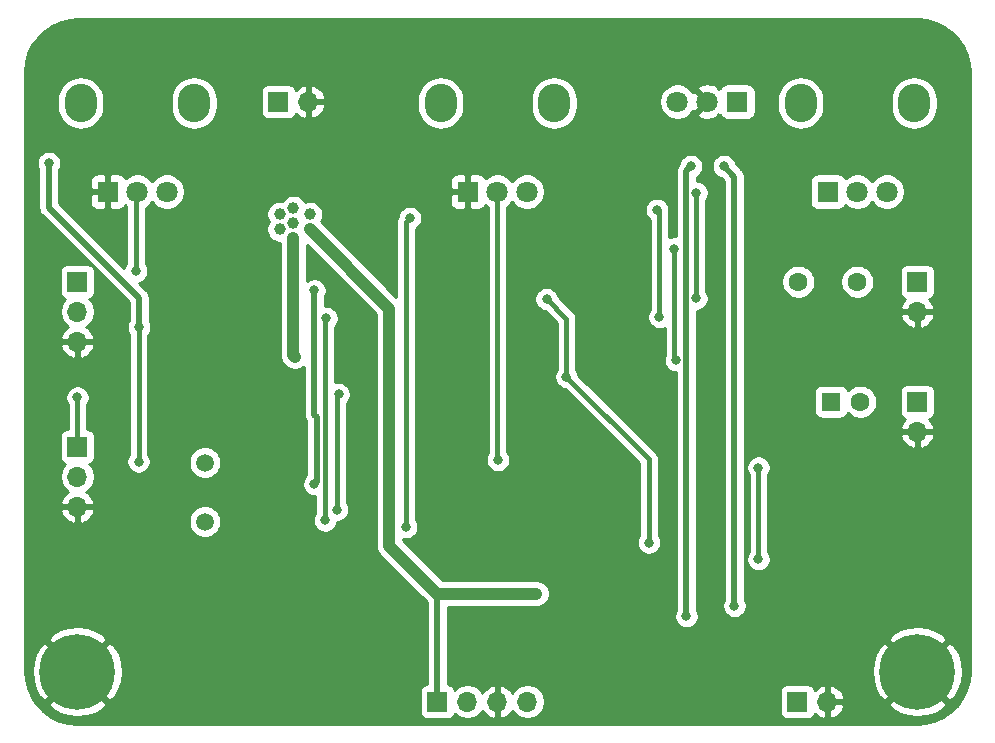
<source format=gbr>
%TF.GenerationSoftware,KiCad,Pcbnew,5.1.6-c6e7f7d~87~ubuntu18.04.1*%
%TF.CreationDate,2020-07-29T17:40:00-04:00*%
%TF.ProjectId,bit_crusher_pedal,6269745f-6372-4757-9368-65725f706564,rev?*%
%TF.SameCoordinates,Original*%
%TF.FileFunction,Copper,L1,Top*%
%TF.FilePolarity,Positive*%
%FSLAX46Y46*%
G04 Gerber Fmt 4.6, Leading zero omitted, Abs format (unit mm)*
G04 Created by KiCad (PCBNEW 5.1.6-c6e7f7d~87~ubuntu18.04.1) date 2020-07-29 17:40:00*
%MOMM*%
%LPD*%
G01*
G04 APERTURE LIST*
%TA.AperFunction,ComponentPad*%
%ADD10O,1.700000X1.700000*%
%TD*%
%TA.AperFunction,ComponentPad*%
%ADD11R,1.700000X1.700000*%
%TD*%
%TA.AperFunction,ComponentPad*%
%ADD12C,0.800000*%
%TD*%
%TA.AperFunction,ComponentPad*%
%ADD13C,6.400000*%
%TD*%
%TA.AperFunction,ComponentPad*%
%ADD14C,1.500000*%
%TD*%
%TA.AperFunction,ComponentPad*%
%ADD15O,2.720000X3.240000*%
%TD*%
%TA.AperFunction,ComponentPad*%
%ADD16C,1.800000*%
%TD*%
%TA.AperFunction,ComponentPad*%
%ADD17R,1.800000X1.800000*%
%TD*%
%TA.AperFunction,ComponentPad*%
%ADD18C,1.600000*%
%TD*%
%TA.AperFunction,ComponentPad*%
%ADD19R,1.600000X1.600000*%
%TD*%
%TA.AperFunction,ViaPad*%
%ADD20C,1.000000*%
%TD*%
%TA.AperFunction,ViaPad*%
%ADD21C,0.800000*%
%TD*%
%TA.AperFunction,Conductor*%
%ADD22C,0.400000*%
%TD*%
%TA.AperFunction,Conductor*%
%ADD23C,1.000000*%
%TD*%
%TA.AperFunction,Conductor*%
%ADD24C,0.500000*%
%TD*%
%TA.AperFunction,Conductor*%
%ADD25C,0.254000*%
%TD*%
G04 APERTURE END LIST*
D10*
%TO.P,J7,2*%
%TO.N,GND*%
X144780000Y-109220000D03*
D11*
%TO.P,J7,1*%
%TO.N,Net-(J7-Pad1)*%
X142240000Y-109220000D03*
%TD*%
D12*
%TO.P,H2,1*%
%TO.N,GND*%
X154097056Y-104982944D03*
X152400000Y-104280000D03*
X150702944Y-104982944D03*
X150000000Y-106680000D03*
X150702944Y-108377056D03*
X152400000Y-109080000D03*
X154097056Y-108377056D03*
X154800000Y-106680000D03*
D13*
X152400000Y-106680000D03*
%TD*%
D12*
%TO.P,H1,1*%
%TO.N,GND*%
X82977056Y-104982944D03*
X81280000Y-104280000D03*
X79582944Y-104982944D03*
X78880000Y-106680000D03*
X79582944Y-108377056D03*
X81280000Y-109080000D03*
X82977056Y-108377056D03*
X83680000Y-106680000D03*
D13*
X81280000Y-106680000D03*
%TD*%
D14*
%TO.P,X1,2*%
%TO.N,Net-(C2-Pad1)*%
X92075000Y-88980000D03*
%TO.P,X1,1*%
%TO.N,Net-(C1-Pad1)*%
X92075000Y-93980000D03*
%TD*%
D15*
%TO.P,RV3,*%
%TO.N,*%
X112040000Y-58540000D03*
X121640000Y-58540000D03*
D16*
%TO.P,RV3,3*%
%TO.N,+3.3VA*%
X119340000Y-66040000D03*
%TO.P,RV3,2*%
%TO.N,Net-(C25-Pad1)*%
X116840000Y-66040000D03*
D17*
%TO.P,RV3,1*%
%TO.N,GND*%
X114340000Y-66040000D03*
%TD*%
D15*
%TO.P,RV2,*%
%TO.N,*%
X81560000Y-58540000D03*
X91160000Y-58540000D03*
D16*
%TO.P,RV2,3*%
%TO.N,+3.3VA*%
X88860000Y-66040000D03*
%TO.P,RV2,2*%
%TO.N,Net-(C23-Pad1)*%
X86360000Y-66040000D03*
D17*
%TO.P,RV2,1*%
%TO.N,GND*%
X83860000Y-66040000D03*
%TD*%
D15*
%TO.P,RV1,*%
%TO.N,*%
X142520000Y-58540000D03*
X152120000Y-58540000D03*
D16*
%TO.P,RV1,3*%
%TO.N,/microcontroller/ADC_in*%
X149820000Y-66040000D03*
%TO.P,RV1,2*%
X147320000Y-66040000D03*
D17*
%TO.P,RV1,1*%
%TO.N,Net-(R6-Pad1)*%
X144820000Y-66040000D03*
%TD*%
D10*
%TO.P,J6,3*%
%TO.N,GND*%
X81280000Y-92710000D03*
%TO.P,J6,2*%
%TO.N,Net-(J6-Pad2)*%
X81280000Y-90170000D03*
D11*
%TO.P,J6,1*%
%TO.N,Net-(J6-Pad1)*%
X81280000Y-87630000D03*
%TD*%
D10*
%TO.P,J5,3*%
%TO.N,GND*%
X81280000Y-78740000D03*
%TO.P,J5,2*%
%TO.N,Net-(J5-Pad2)*%
X81280000Y-76200000D03*
D11*
%TO.P,J5,1*%
%TO.N,Net-(J5-Pad1)*%
X81280000Y-73660000D03*
%TD*%
D10*
%TO.P,J4,2*%
%TO.N,GND*%
X100838000Y-58420000D03*
D11*
%TO.P,J4,1*%
%TO.N,Net-(D2-Pad2)*%
X98298000Y-58420000D03*
%TD*%
D10*
%TO.P,J3,4*%
%TO.N,/microcontroller/SWDIO*%
X119380000Y-109220000D03*
%TO.P,J3,3*%
%TO.N,GND*%
X116840000Y-109220000D03*
%TO.P,J3,2*%
%TO.N,/microcontroller/SWCLK*%
X114300000Y-109220000D03*
D11*
%TO.P,J3,1*%
%TO.N,+3V3*%
X111760000Y-109220000D03*
%TD*%
D10*
%TO.P,J2,2*%
%TO.N,GND*%
X152400000Y-86360000D03*
D11*
%TO.P,J2,1*%
%TO.N,/audio_output/buffered_wet_audio*%
X152400000Y-83820000D03*
%TD*%
D10*
%TO.P,J1,2*%
%TO.N,GND*%
X152400000Y-76200000D03*
D11*
%TO.P,J1,1*%
%TO.N,/audio_input/dry_audio_input*%
X152400000Y-73660000D03*
%TD*%
D16*
%TO.P,D1,3*%
%TO.N,Net-(D1-Pad3)*%
X132080000Y-58420000D03*
%TO.P,D1,2*%
%TO.N,GND*%
X134620000Y-58420000D03*
D17*
%TO.P,D1,1*%
%TO.N,Net-(D1-Pad1)*%
X137160000Y-58420000D03*
%TD*%
D18*
%TO.P,C8,2*%
%TO.N,/audio_output/buffered_wet_audio*%
X147574000Y-83820000D03*
D19*
%TO.P,C8,1*%
%TO.N,Net-(C8-Pad1)*%
X145074000Y-83820000D03*
%TD*%
D18*
%TO.P,C4,2*%
%TO.N,/audio_input/dry_audio_input*%
X147320000Y-73660000D03*
%TO.P,C4,1*%
%TO.N,Net-(C4-Pad1)*%
X142320000Y-73660000D03*
%TD*%
D20*
%TO.N,GND*%
X94615000Y-65405000D03*
X94615000Y-61595000D03*
X94615000Y-59055000D03*
X92075000Y-65405000D03*
X92075000Y-67945000D03*
X92075000Y-70485000D03*
X94615000Y-56515000D03*
X106781600Y-69850000D03*
X106832400Y-67284600D03*
X107315000Y-64770000D03*
X107315000Y-62230000D03*
X107315000Y-59690000D03*
X111506000Y-78232000D03*
X111506000Y-75438000D03*
X111506000Y-82042000D03*
X104648000Y-82042000D03*
X104648000Y-78232000D03*
X97536000Y-82042000D03*
X97282000Y-78232000D03*
X91948000Y-78232000D03*
X91948000Y-82042000D03*
X97536000Y-85598000D03*
X94234000Y-85598000D03*
X105410000Y-86106000D03*
X111252000Y-88900000D03*
X123444000Y-89408000D03*
X125984000Y-82296000D03*
X129540000Y-82550000D03*
X124206000Y-75692000D03*
X127254000Y-75692000D03*
X139954000Y-78232000D03*
X127000000Y-69850000D03*
X127000000Y-65786000D03*
X139954000Y-69850000D03*
X139954000Y-64262000D03*
X112522000Y-94996000D03*
X115824000Y-94996000D03*
X118872000Y-94996000D03*
X130810000Y-98679000D03*
X134874000Y-98679000D03*
X138811000Y-98679000D03*
X109982000Y-103886000D03*
X120650000Y-104140000D03*
X100330000Y-105664000D03*
X96266000Y-105664000D03*
X93472000Y-100076000D03*
X88138000Y-98298000D03*
X88392000Y-84836000D03*
X135483600Y-93726000D03*
X127762000Y-89408000D03*
X134620000Y-89408000D03*
X140716000Y-93726000D03*
X135128000Y-103886000D03*
X131064000Y-103886000D03*
X139192000Y-103886000D03*
X119989600Y-78790800D03*
X135280400Y-78790800D03*
X135331200Y-69138800D03*
D21*
%TO.N,+3V3*%
X131826000Y-70866000D03*
X131978400Y-80314800D03*
D20*
X99568000Y-67437000D03*
X99568000Y-69977000D03*
X99568000Y-68707000D03*
X100965000Y-67945000D03*
X100965000Y-69215000D03*
X98425000Y-67945000D03*
X98425000Y-69215000D03*
X99695000Y-80009982D03*
X120142000Y-100076000D03*
X107696000Y-86106000D03*
D21*
%TO.N,+3.3VA*%
X101346000Y-90805000D03*
X101346000Y-74399001D03*
%TO.N,/control_voltage_generator/CV_amp_bias*%
X121005600Y-75133200D03*
X122682000Y-81723000D03*
X129667000Y-95758000D03*
%TO.N,Net-(C23-Pad1)*%
X86233000Y-72771000D03*
%TO.N,/microcontroller/resolution_CV_in*%
X102260400Y-93878400D03*
X102353144Y-76749022D03*
%TO.N,Net-(C25-Pad1)*%
X116890800Y-88747600D03*
%TO.N,/microcontroller/sample_rate_CV_in*%
X103276400Y-92964000D03*
X103389529Y-83197790D03*
%TO.N,+9V*%
X86461600Y-88900000D03*
X86512400Y-77520800D03*
X78867000Y-63627008D03*
%TO.N,Net-(J6-Pad1)*%
X81280000Y-83464400D03*
%TO.N,Net-(R2-Pad2)*%
X136017000Y-63881012D03*
X136906000Y-101114011D03*
%TO.N,Net-(R3-Pad2)*%
X133223000Y-63881000D03*
X132842000Y-101987622D03*
%TO.N,Net-(R6-Pad1)*%
X133692010Y-66141600D03*
X133692010Y-75082400D03*
%TO.N,/microcontroller/DAC_out*%
X138938000Y-89408008D03*
X138938000Y-97155000D03*
%TO.N,/microcontroller/ADC_in*%
X130556000Y-76657200D03*
X109118400Y-94437200D03*
X130352800Y-67589400D03*
X109423200Y-68275200D03*
%TD*%
D22*
%TO.N,+3V3*%
X131826000Y-70866000D02*
X131826000Y-80162400D01*
X131826000Y-80162400D02*
X131978400Y-80314800D01*
D23*
X99568000Y-69977000D02*
X99568000Y-79882982D01*
X99568000Y-79882982D02*
X99695000Y-80009982D01*
D24*
X111760000Y-109220000D02*
X111760000Y-100076000D01*
D23*
X120142000Y-100076000D02*
X111760000Y-100076000D01*
X100965000Y-69215000D02*
X107696000Y-75946000D01*
X107696000Y-96012000D02*
X107696000Y-86106000D01*
X107696000Y-75946000D02*
X107696000Y-86106000D01*
X111760000Y-100076000D02*
X107696000Y-96012000D01*
D24*
%TO.N,+3.3VA*%
X101346000Y-90805000D02*
X101534001Y-90616999D01*
X101534001Y-90616999D02*
X101534001Y-85141999D01*
X101534001Y-85141999D02*
X101346000Y-84953998D01*
X101346000Y-84953998D02*
X101346000Y-74399001D01*
D22*
%TO.N,/control_voltage_generator/CV_amp_bias*%
X121005600Y-75133200D02*
X122682000Y-76809600D01*
X122682000Y-76809600D02*
X122682000Y-81723000D01*
X129667000Y-88708000D02*
X122682000Y-81723000D01*
X129667000Y-95758000D02*
X129667000Y-88708000D01*
%TO.N,Net-(C23-Pad1)*%
X86233000Y-66167000D02*
X86360000Y-66040000D01*
X86233000Y-72771000D02*
X86233000Y-66167000D01*
%TO.N,/microcontroller/resolution_CV_in*%
X102260400Y-76841766D02*
X102353144Y-76749022D01*
X102260400Y-93878400D02*
X102260400Y-76841766D01*
%TO.N,Net-(C25-Pad1)*%
X116840000Y-66040000D02*
X116840000Y-88696800D01*
X116840000Y-88696800D02*
X116890800Y-88747600D01*
%TO.N,/microcontroller/sample_rate_CV_in*%
X103276400Y-83310919D02*
X103389529Y-83197790D01*
X103276400Y-92964000D02*
X103276400Y-83310919D01*
%TO.N,+9V*%
X86461600Y-88900000D02*
X86461600Y-78028800D01*
X86461600Y-78028800D02*
X86461600Y-77571600D01*
X86461600Y-77571600D02*
X86512400Y-77520800D01*
D24*
X86512400Y-77520800D02*
X86512400Y-75031600D01*
X86512400Y-75031600D02*
X78867000Y-67386200D01*
X78867000Y-67386200D02*
X78867000Y-63627008D01*
D22*
%TO.N,Net-(J6-Pad1)*%
X81280000Y-87630000D02*
X81280000Y-83464400D01*
D24*
%TO.N,Net-(R2-Pad2)*%
X136906000Y-64770012D02*
X136906000Y-101114011D01*
X136017000Y-63881012D02*
X136906000Y-64770012D01*
%TO.N,Net-(R3-Pad2)*%
X133223000Y-63881000D02*
X132842000Y-64262000D01*
X132842000Y-64262000D02*
X132842000Y-101987622D01*
D22*
%TO.N,Net-(R6-Pad1)*%
X133692010Y-75082400D02*
X133692010Y-74516715D01*
X133692010Y-74516715D02*
X133692010Y-66141600D01*
%TO.N,/microcontroller/DAC_out*%
X138938000Y-89408008D02*
X138938000Y-97155000D01*
%TO.N,/microcontroller/ADC_in*%
X130556000Y-67792600D02*
X130352800Y-67589400D01*
X130556000Y-76657200D02*
X130556000Y-67792600D01*
X109118400Y-68580000D02*
X109423200Y-68275200D01*
X109118400Y-94437200D02*
X109118400Y-68580000D01*
%TD*%
D25*
%TO.N,GND*%
G36*
X153182249Y-51532437D02*
G01*
X153939774Y-51739672D01*
X154648625Y-52077777D01*
X155286404Y-52536067D01*
X155832946Y-53100055D01*
X156270977Y-53751913D01*
X156586651Y-54471038D01*
X156771206Y-55239768D01*
X156820001Y-55904221D01*
X156820000Y-106650608D01*
X156747563Y-107462249D01*
X156540328Y-108219774D01*
X156202221Y-108928627D01*
X155743928Y-109566410D01*
X155179945Y-110112946D01*
X154528085Y-110550978D01*
X153808963Y-110866651D01*
X153040232Y-111051206D01*
X152375792Y-111100000D01*
X81309392Y-111100000D01*
X80497751Y-111027563D01*
X79740226Y-110820328D01*
X79031373Y-110482221D01*
X78393590Y-110023928D01*
X77847054Y-109459945D01*
X77793926Y-109380881D01*
X78758724Y-109380881D01*
X79118912Y-109870548D01*
X79782882Y-110230849D01*
X80504385Y-110454694D01*
X81255695Y-110533480D01*
X82007938Y-110464178D01*
X82732208Y-110249452D01*
X83400670Y-109897555D01*
X83441088Y-109870548D01*
X83801276Y-109380881D01*
X81280000Y-106859605D01*
X78758724Y-109380881D01*
X77793926Y-109380881D01*
X77409022Y-108808085D01*
X77093349Y-108088963D01*
X76908794Y-107320232D01*
X76860000Y-106655792D01*
X76860000Y-106655695D01*
X77426520Y-106655695D01*
X77495822Y-107407938D01*
X77710548Y-108132208D01*
X78062445Y-108800670D01*
X78089452Y-108841088D01*
X78579119Y-109201276D01*
X81100395Y-106680000D01*
X81459605Y-106680000D01*
X83980881Y-109201276D01*
X84470548Y-108841088D01*
X84830849Y-108177118D01*
X85054694Y-107455615D01*
X85133480Y-106704305D01*
X85064178Y-105952062D01*
X84849452Y-105227792D01*
X84497555Y-104559330D01*
X84470548Y-104518912D01*
X83980881Y-104158724D01*
X81459605Y-106680000D01*
X81100395Y-106680000D01*
X78579119Y-104158724D01*
X78089452Y-104518912D01*
X77729151Y-105182882D01*
X77505306Y-105904385D01*
X77426520Y-106655695D01*
X76860000Y-106655695D01*
X76860000Y-103979119D01*
X78758724Y-103979119D01*
X81280000Y-106500395D01*
X83801276Y-103979119D01*
X83441088Y-103489452D01*
X82777118Y-103129151D01*
X82055615Y-102905306D01*
X81304305Y-102826520D01*
X80552062Y-102895822D01*
X79827792Y-103110548D01*
X79159330Y-103462445D01*
X79118912Y-103489452D01*
X78758724Y-103979119D01*
X76860000Y-103979119D01*
X76860000Y-93066890D01*
X79838524Y-93066890D01*
X79883175Y-93214099D01*
X80008359Y-93476920D01*
X80182412Y-93710269D01*
X80398645Y-93905178D01*
X80648748Y-94054157D01*
X80923109Y-94151481D01*
X81153000Y-94030814D01*
X81153000Y-92837000D01*
X81407000Y-92837000D01*
X81407000Y-94030814D01*
X81636891Y-94151481D01*
X81911252Y-94054157D01*
X82161355Y-93905178D01*
X82229682Y-93843589D01*
X90690000Y-93843589D01*
X90690000Y-94116411D01*
X90743225Y-94383989D01*
X90847629Y-94636043D01*
X90999201Y-94862886D01*
X91192114Y-95055799D01*
X91418957Y-95207371D01*
X91671011Y-95311775D01*
X91938589Y-95365000D01*
X92211411Y-95365000D01*
X92478989Y-95311775D01*
X92731043Y-95207371D01*
X92957886Y-95055799D01*
X93150799Y-94862886D01*
X93302371Y-94636043D01*
X93406775Y-94383989D01*
X93460000Y-94116411D01*
X93460000Y-93843589D01*
X93406775Y-93576011D01*
X93302371Y-93323957D01*
X93150799Y-93097114D01*
X92957886Y-92904201D01*
X92731043Y-92752629D01*
X92478989Y-92648225D01*
X92211411Y-92595000D01*
X91938589Y-92595000D01*
X91671011Y-92648225D01*
X91418957Y-92752629D01*
X91192114Y-92904201D01*
X90999201Y-93097114D01*
X90847629Y-93323957D01*
X90743225Y-93576011D01*
X90690000Y-93843589D01*
X82229682Y-93843589D01*
X82377588Y-93710269D01*
X82551641Y-93476920D01*
X82676825Y-93214099D01*
X82721476Y-93066890D01*
X82600155Y-92837000D01*
X81407000Y-92837000D01*
X81153000Y-92837000D01*
X79959845Y-92837000D01*
X79838524Y-93066890D01*
X76860000Y-93066890D01*
X76860000Y-86780000D01*
X79791928Y-86780000D01*
X79791928Y-88480000D01*
X79804188Y-88604482D01*
X79840498Y-88724180D01*
X79899463Y-88834494D01*
X79978815Y-88931185D01*
X80075506Y-89010537D01*
X80185820Y-89069502D01*
X80258380Y-89091513D01*
X80126525Y-89223368D01*
X79964010Y-89466589D01*
X79852068Y-89736842D01*
X79795000Y-90023740D01*
X79795000Y-90316260D01*
X79852068Y-90603158D01*
X79964010Y-90873411D01*
X80126525Y-91116632D01*
X80333368Y-91323475D01*
X80515534Y-91445195D01*
X80398645Y-91514822D01*
X80182412Y-91709731D01*
X80008359Y-91943080D01*
X79883175Y-92205901D01*
X79838524Y-92353110D01*
X79959845Y-92583000D01*
X81153000Y-92583000D01*
X81153000Y-92563000D01*
X81407000Y-92563000D01*
X81407000Y-92583000D01*
X82600155Y-92583000D01*
X82721476Y-92353110D01*
X82676825Y-92205901D01*
X82551641Y-91943080D01*
X82377588Y-91709731D01*
X82161355Y-91514822D01*
X82044466Y-91445195D01*
X82226632Y-91323475D01*
X82433475Y-91116632D01*
X82595990Y-90873411D01*
X82707932Y-90603158D01*
X82765000Y-90316260D01*
X82765000Y-90023740D01*
X82707932Y-89736842D01*
X82595990Y-89466589D01*
X82433475Y-89223368D01*
X82301620Y-89091513D01*
X82374180Y-89069502D01*
X82484494Y-89010537D01*
X82581185Y-88931185D01*
X82660537Y-88834494D01*
X82719502Y-88724180D01*
X82755812Y-88604482D01*
X82768072Y-88480000D01*
X82768072Y-86780000D01*
X82755812Y-86655518D01*
X82719502Y-86535820D01*
X82660537Y-86425506D01*
X82581185Y-86328815D01*
X82484494Y-86249463D01*
X82374180Y-86190498D01*
X82254482Y-86154188D01*
X82130000Y-86141928D01*
X82115000Y-86141928D01*
X82115000Y-84077685D01*
X82197205Y-83954656D01*
X82275226Y-83766298D01*
X82315000Y-83566339D01*
X82315000Y-83362461D01*
X82275226Y-83162502D01*
X82197205Y-82974144D01*
X82083937Y-82804626D01*
X81939774Y-82660463D01*
X81770256Y-82547195D01*
X81581898Y-82469174D01*
X81381939Y-82429400D01*
X81178061Y-82429400D01*
X80978102Y-82469174D01*
X80789744Y-82547195D01*
X80620226Y-82660463D01*
X80476063Y-82804626D01*
X80362795Y-82974144D01*
X80284774Y-83162502D01*
X80245000Y-83362461D01*
X80245000Y-83566339D01*
X80284774Y-83766298D01*
X80362795Y-83954656D01*
X80445001Y-84077686D01*
X80445000Y-86141928D01*
X80430000Y-86141928D01*
X80305518Y-86154188D01*
X80185820Y-86190498D01*
X80075506Y-86249463D01*
X79978815Y-86328815D01*
X79899463Y-86425506D01*
X79840498Y-86535820D01*
X79804188Y-86655518D01*
X79791928Y-86780000D01*
X76860000Y-86780000D01*
X76860000Y-79096890D01*
X79838524Y-79096890D01*
X79883175Y-79244099D01*
X80008359Y-79506920D01*
X80182412Y-79740269D01*
X80398645Y-79935178D01*
X80648748Y-80084157D01*
X80923109Y-80181481D01*
X81153000Y-80060814D01*
X81153000Y-78867000D01*
X81407000Y-78867000D01*
X81407000Y-80060814D01*
X81636891Y-80181481D01*
X81911252Y-80084157D01*
X82161355Y-79935178D01*
X82377588Y-79740269D01*
X82551641Y-79506920D01*
X82676825Y-79244099D01*
X82721476Y-79096890D01*
X82600155Y-78867000D01*
X81407000Y-78867000D01*
X81153000Y-78867000D01*
X79959845Y-78867000D01*
X79838524Y-79096890D01*
X76860000Y-79096890D01*
X76860000Y-72810000D01*
X79791928Y-72810000D01*
X79791928Y-74510000D01*
X79804188Y-74634482D01*
X79840498Y-74754180D01*
X79899463Y-74864494D01*
X79978815Y-74961185D01*
X80075506Y-75040537D01*
X80185820Y-75099502D01*
X80258380Y-75121513D01*
X80126525Y-75253368D01*
X79964010Y-75496589D01*
X79852068Y-75766842D01*
X79795000Y-76053740D01*
X79795000Y-76346260D01*
X79852068Y-76633158D01*
X79964010Y-76903411D01*
X80126525Y-77146632D01*
X80333368Y-77353475D01*
X80515534Y-77475195D01*
X80398645Y-77544822D01*
X80182412Y-77739731D01*
X80008359Y-77973080D01*
X79883175Y-78235901D01*
X79838524Y-78383110D01*
X79959845Y-78613000D01*
X81153000Y-78613000D01*
X81153000Y-78593000D01*
X81407000Y-78593000D01*
X81407000Y-78613000D01*
X82600155Y-78613000D01*
X82721476Y-78383110D01*
X82676825Y-78235901D01*
X82551641Y-77973080D01*
X82377588Y-77739731D01*
X82161355Y-77544822D01*
X82044466Y-77475195D01*
X82226632Y-77353475D01*
X82433475Y-77146632D01*
X82595990Y-76903411D01*
X82707932Y-76633158D01*
X82765000Y-76346260D01*
X82765000Y-76053740D01*
X82707932Y-75766842D01*
X82595990Y-75496589D01*
X82433475Y-75253368D01*
X82301620Y-75121513D01*
X82374180Y-75099502D01*
X82484494Y-75040537D01*
X82581185Y-74961185D01*
X82660537Y-74864494D01*
X82719502Y-74754180D01*
X82755812Y-74634482D01*
X82768072Y-74510000D01*
X82768072Y-72810000D01*
X82755812Y-72685518D01*
X82719502Y-72565820D01*
X82660537Y-72455506D01*
X82581185Y-72358815D01*
X82484494Y-72279463D01*
X82374180Y-72220498D01*
X82254482Y-72184188D01*
X82130000Y-72171928D01*
X80430000Y-72171928D01*
X80305518Y-72184188D01*
X80185820Y-72220498D01*
X80075506Y-72279463D01*
X79978815Y-72358815D01*
X79899463Y-72455506D01*
X79840498Y-72565820D01*
X79804188Y-72685518D01*
X79791928Y-72810000D01*
X76860000Y-72810000D01*
X76860000Y-63525069D01*
X77832000Y-63525069D01*
X77832000Y-63728947D01*
X77871774Y-63928906D01*
X77949795Y-64117264D01*
X77982001Y-64165464D01*
X77982000Y-67342731D01*
X77977719Y-67386200D01*
X77982000Y-67429669D01*
X77982000Y-67429676D01*
X77988929Y-67500029D01*
X77994805Y-67559690D01*
X78003818Y-67589400D01*
X78045411Y-67726512D01*
X78127589Y-67880258D01*
X78238183Y-68015017D01*
X78271956Y-68042734D01*
X85627401Y-75398180D01*
X85627400Y-76982345D01*
X85595195Y-77030544D01*
X85517174Y-77218902D01*
X85477400Y-77418861D01*
X85477400Y-77622739D01*
X85517174Y-77822698D01*
X85595195Y-78011056D01*
X85626600Y-78058057D01*
X85626600Y-78069818D01*
X85626601Y-78069828D01*
X85626600Y-88286715D01*
X85544395Y-88409744D01*
X85466374Y-88598102D01*
X85426600Y-88798061D01*
X85426600Y-89001939D01*
X85466374Y-89201898D01*
X85544395Y-89390256D01*
X85657663Y-89559774D01*
X85801826Y-89703937D01*
X85971344Y-89817205D01*
X86159702Y-89895226D01*
X86359661Y-89935000D01*
X86563539Y-89935000D01*
X86763498Y-89895226D01*
X86951856Y-89817205D01*
X87121374Y-89703937D01*
X87265537Y-89559774D01*
X87378805Y-89390256D01*
X87456826Y-89201898D01*
X87496600Y-89001939D01*
X87496600Y-88843589D01*
X90690000Y-88843589D01*
X90690000Y-89116411D01*
X90743225Y-89383989D01*
X90847629Y-89636043D01*
X90999201Y-89862886D01*
X91192114Y-90055799D01*
X91418957Y-90207371D01*
X91671011Y-90311775D01*
X91938589Y-90365000D01*
X92211411Y-90365000D01*
X92478989Y-90311775D01*
X92731043Y-90207371D01*
X92957886Y-90055799D01*
X93150799Y-89862886D01*
X93302371Y-89636043D01*
X93406775Y-89383989D01*
X93460000Y-89116411D01*
X93460000Y-88843589D01*
X93406775Y-88576011D01*
X93302371Y-88323957D01*
X93150799Y-88097114D01*
X92957886Y-87904201D01*
X92731043Y-87752629D01*
X92478989Y-87648225D01*
X92211411Y-87595000D01*
X91938589Y-87595000D01*
X91671011Y-87648225D01*
X91418957Y-87752629D01*
X91192114Y-87904201D01*
X90999201Y-88097114D01*
X90847629Y-88323957D01*
X90743225Y-88576011D01*
X90690000Y-88843589D01*
X87496600Y-88843589D01*
X87496600Y-88798061D01*
X87456826Y-88598102D01*
X87378805Y-88409744D01*
X87296600Y-88286715D01*
X87296600Y-78200311D01*
X87316337Y-78180574D01*
X87429605Y-78011056D01*
X87507626Y-77822698D01*
X87547400Y-77622739D01*
X87547400Y-77418861D01*
X87507626Y-77218902D01*
X87429605Y-77030544D01*
X87397400Y-76982346D01*
X87397400Y-75075065D01*
X87401681Y-75031599D01*
X87397400Y-74988133D01*
X87397400Y-74988123D01*
X87384595Y-74858110D01*
X87333989Y-74691287D01*
X87251811Y-74537541D01*
X87141217Y-74402783D01*
X87107449Y-74375070D01*
X86504626Y-73772247D01*
X86534898Y-73766226D01*
X86723256Y-73688205D01*
X86892774Y-73574937D01*
X87036937Y-73430774D01*
X87150205Y-73261256D01*
X87228226Y-73072898D01*
X87268000Y-72872939D01*
X87268000Y-72669061D01*
X87228226Y-72469102D01*
X87150205Y-72280744D01*
X87068000Y-72157715D01*
X87068000Y-67833212D01*
X97290000Y-67833212D01*
X97290000Y-68056788D01*
X97333617Y-68276067D01*
X97419176Y-68482624D01*
X97484241Y-68580000D01*
X97419176Y-68677376D01*
X97333617Y-68883933D01*
X97290000Y-69103212D01*
X97290000Y-69326788D01*
X97333617Y-69546067D01*
X97419176Y-69752624D01*
X97543388Y-69938520D01*
X97701480Y-70096612D01*
X97887376Y-70220824D01*
X98093933Y-70306383D01*
X98313212Y-70350000D01*
X98433000Y-70350000D01*
X98433001Y-79827221D01*
X98427509Y-79882982D01*
X98449423Y-80105480D01*
X98514324Y-80319428D01*
X98525881Y-80341049D01*
X98619717Y-80516605D01*
X98761552Y-80689431D01*
X98804860Y-80724973D01*
X98813386Y-80733499D01*
X98813388Y-80733502D01*
X98971480Y-80891594D01*
X99018079Y-80922731D01*
X99061378Y-80958265D01*
X99110774Y-80984668D01*
X99157376Y-81015806D01*
X99209161Y-81037256D01*
X99258554Y-81063657D01*
X99312149Y-81079915D01*
X99363933Y-81101365D01*
X99418897Y-81112298D01*
X99472501Y-81128559D01*
X99528253Y-81134050D01*
X99583212Y-81144982D01*
X99639248Y-81144982D01*
X99694999Y-81150473D01*
X99750751Y-81144982D01*
X99806788Y-81144982D01*
X99861748Y-81134050D01*
X99917498Y-81128559D01*
X99971101Y-81112298D01*
X100026067Y-81101365D01*
X100077851Y-81079915D01*
X100131446Y-81063657D01*
X100180839Y-81037256D01*
X100232624Y-81015806D01*
X100279226Y-80984668D01*
X100328622Y-80958265D01*
X100371920Y-80922731D01*
X100418520Y-80891594D01*
X100458151Y-80851963D01*
X100461000Y-80849625D01*
X100461000Y-84910529D01*
X100456719Y-84953998D01*
X100461000Y-84997467D01*
X100461000Y-84997474D01*
X100473805Y-85127487D01*
X100524411Y-85294310D01*
X100606589Y-85448056D01*
X100649002Y-85499736D01*
X100649001Y-90038288D01*
X100542063Y-90145226D01*
X100428795Y-90314744D01*
X100350774Y-90503102D01*
X100311000Y-90703061D01*
X100311000Y-90906939D01*
X100350774Y-91106898D01*
X100428795Y-91295256D01*
X100542063Y-91464774D01*
X100686226Y-91608937D01*
X100855744Y-91722205D01*
X101044102Y-91800226D01*
X101244061Y-91840000D01*
X101425400Y-91840000D01*
X101425400Y-93265115D01*
X101343195Y-93388144D01*
X101265174Y-93576502D01*
X101225400Y-93776461D01*
X101225400Y-93980339D01*
X101265174Y-94180298D01*
X101343195Y-94368656D01*
X101456463Y-94538174D01*
X101600626Y-94682337D01*
X101770144Y-94795605D01*
X101958502Y-94873626D01*
X102158461Y-94913400D01*
X102362339Y-94913400D01*
X102562298Y-94873626D01*
X102750656Y-94795605D01*
X102920174Y-94682337D01*
X103064337Y-94538174D01*
X103177605Y-94368656D01*
X103255626Y-94180298D01*
X103291688Y-93999000D01*
X103378339Y-93999000D01*
X103578298Y-93959226D01*
X103766656Y-93881205D01*
X103936174Y-93767937D01*
X104080337Y-93623774D01*
X104193605Y-93454256D01*
X104271626Y-93265898D01*
X104311400Y-93065939D01*
X104311400Y-92862061D01*
X104271626Y-92662102D01*
X104193605Y-92473744D01*
X104111400Y-92350715D01*
X104111400Y-83939630D01*
X104193466Y-83857564D01*
X104306734Y-83688046D01*
X104384755Y-83499688D01*
X104424529Y-83299729D01*
X104424529Y-83095851D01*
X104384755Y-82895892D01*
X104306734Y-82707534D01*
X104193466Y-82538016D01*
X104049303Y-82393853D01*
X103879785Y-82280585D01*
X103691427Y-82202564D01*
X103491468Y-82162790D01*
X103287590Y-82162790D01*
X103095400Y-82201019D01*
X103095400Y-77470477D01*
X103157081Y-77408796D01*
X103270349Y-77239278D01*
X103348370Y-77050920D01*
X103388144Y-76850961D01*
X103388144Y-76647083D01*
X103348370Y-76447124D01*
X103270349Y-76258766D01*
X103157081Y-76089248D01*
X103012918Y-75945085D01*
X102843400Y-75831817D01*
X102655042Y-75753796D01*
X102455083Y-75714022D01*
X102251205Y-75714022D01*
X102231000Y-75718041D01*
X102231000Y-74937455D01*
X102263205Y-74889257D01*
X102341226Y-74700899D01*
X102381000Y-74500940D01*
X102381000Y-74297062D01*
X102341226Y-74097103D01*
X102263205Y-73908745D01*
X102149937Y-73739227D01*
X102005774Y-73595064D01*
X101836256Y-73481796D01*
X101647898Y-73403775D01*
X101447939Y-73364001D01*
X101244061Y-73364001D01*
X101044102Y-73403775D01*
X100855744Y-73481796D01*
X100703000Y-73583856D01*
X100703000Y-70558131D01*
X106561000Y-76416132D01*
X106561001Y-85994207D01*
X106561000Y-85994212D01*
X106561000Y-86217788D01*
X106561001Y-86217793D01*
X106561000Y-95956248D01*
X106555509Y-96012000D01*
X106561000Y-96067751D01*
X106577423Y-96234498D01*
X106642324Y-96448446D01*
X106747716Y-96645623D01*
X106889551Y-96818449D01*
X106932865Y-96853996D01*
X110875001Y-100796133D01*
X110875000Y-107735375D01*
X110785518Y-107744188D01*
X110665820Y-107780498D01*
X110555506Y-107839463D01*
X110458815Y-107918815D01*
X110379463Y-108015506D01*
X110320498Y-108125820D01*
X110284188Y-108245518D01*
X110271928Y-108370000D01*
X110271928Y-110070000D01*
X110284188Y-110194482D01*
X110320498Y-110314180D01*
X110379463Y-110424494D01*
X110458815Y-110521185D01*
X110555506Y-110600537D01*
X110665820Y-110659502D01*
X110785518Y-110695812D01*
X110910000Y-110708072D01*
X112610000Y-110708072D01*
X112734482Y-110695812D01*
X112854180Y-110659502D01*
X112964494Y-110600537D01*
X113061185Y-110521185D01*
X113140537Y-110424494D01*
X113199502Y-110314180D01*
X113221513Y-110241620D01*
X113353368Y-110373475D01*
X113596589Y-110535990D01*
X113866842Y-110647932D01*
X114153740Y-110705000D01*
X114446260Y-110705000D01*
X114733158Y-110647932D01*
X115003411Y-110535990D01*
X115246632Y-110373475D01*
X115453475Y-110166632D01*
X115575195Y-109984466D01*
X115644822Y-110101355D01*
X115839731Y-110317588D01*
X116073080Y-110491641D01*
X116335901Y-110616825D01*
X116483110Y-110661476D01*
X116713000Y-110540155D01*
X116713000Y-109347000D01*
X116693000Y-109347000D01*
X116693000Y-109093000D01*
X116713000Y-109093000D01*
X116713000Y-107899845D01*
X116967000Y-107899845D01*
X116967000Y-109093000D01*
X116987000Y-109093000D01*
X116987000Y-109347000D01*
X116967000Y-109347000D01*
X116967000Y-110540155D01*
X117196890Y-110661476D01*
X117344099Y-110616825D01*
X117606920Y-110491641D01*
X117840269Y-110317588D01*
X118035178Y-110101355D01*
X118104805Y-109984466D01*
X118226525Y-110166632D01*
X118433368Y-110373475D01*
X118676589Y-110535990D01*
X118946842Y-110647932D01*
X119233740Y-110705000D01*
X119526260Y-110705000D01*
X119813158Y-110647932D01*
X120083411Y-110535990D01*
X120326632Y-110373475D01*
X120533475Y-110166632D01*
X120695990Y-109923411D01*
X120807932Y-109653158D01*
X120865000Y-109366260D01*
X120865000Y-109073740D01*
X120807932Y-108786842D01*
X120695990Y-108516589D01*
X120598043Y-108370000D01*
X140751928Y-108370000D01*
X140751928Y-110070000D01*
X140764188Y-110194482D01*
X140800498Y-110314180D01*
X140859463Y-110424494D01*
X140938815Y-110521185D01*
X141035506Y-110600537D01*
X141145820Y-110659502D01*
X141265518Y-110695812D01*
X141390000Y-110708072D01*
X143090000Y-110708072D01*
X143214482Y-110695812D01*
X143334180Y-110659502D01*
X143444494Y-110600537D01*
X143541185Y-110521185D01*
X143620537Y-110424494D01*
X143679502Y-110314180D01*
X143703966Y-110233534D01*
X143779731Y-110317588D01*
X144013080Y-110491641D01*
X144275901Y-110616825D01*
X144423110Y-110661476D01*
X144653000Y-110540155D01*
X144653000Y-109347000D01*
X144907000Y-109347000D01*
X144907000Y-110540155D01*
X145136890Y-110661476D01*
X145284099Y-110616825D01*
X145546920Y-110491641D01*
X145780269Y-110317588D01*
X145975178Y-110101355D01*
X146124157Y-109851252D01*
X146221481Y-109576891D01*
X146118598Y-109380881D01*
X149878724Y-109380881D01*
X150238912Y-109870548D01*
X150902882Y-110230849D01*
X151624385Y-110454694D01*
X152375695Y-110533480D01*
X153127938Y-110464178D01*
X153852208Y-110249452D01*
X154520670Y-109897555D01*
X154561088Y-109870548D01*
X154921276Y-109380881D01*
X152400000Y-106859605D01*
X149878724Y-109380881D01*
X146118598Y-109380881D01*
X146100814Y-109347000D01*
X144907000Y-109347000D01*
X144653000Y-109347000D01*
X144633000Y-109347000D01*
X144633000Y-109093000D01*
X144653000Y-109093000D01*
X144653000Y-107899845D01*
X144907000Y-107899845D01*
X144907000Y-109093000D01*
X146100814Y-109093000D01*
X146221481Y-108863109D01*
X146124157Y-108588748D01*
X145975178Y-108338645D01*
X145780269Y-108122412D01*
X145546920Y-107948359D01*
X145284099Y-107823175D01*
X145136890Y-107778524D01*
X144907000Y-107899845D01*
X144653000Y-107899845D01*
X144423110Y-107778524D01*
X144275901Y-107823175D01*
X144013080Y-107948359D01*
X143779731Y-108122412D01*
X143703966Y-108206466D01*
X143679502Y-108125820D01*
X143620537Y-108015506D01*
X143541185Y-107918815D01*
X143444494Y-107839463D01*
X143334180Y-107780498D01*
X143214482Y-107744188D01*
X143090000Y-107731928D01*
X141390000Y-107731928D01*
X141265518Y-107744188D01*
X141145820Y-107780498D01*
X141035506Y-107839463D01*
X140938815Y-107918815D01*
X140859463Y-108015506D01*
X140800498Y-108125820D01*
X140764188Y-108245518D01*
X140751928Y-108370000D01*
X120598043Y-108370000D01*
X120533475Y-108273368D01*
X120326632Y-108066525D01*
X120083411Y-107904010D01*
X119813158Y-107792068D01*
X119526260Y-107735000D01*
X119233740Y-107735000D01*
X118946842Y-107792068D01*
X118676589Y-107904010D01*
X118433368Y-108066525D01*
X118226525Y-108273368D01*
X118104805Y-108455534D01*
X118035178Y-108338645D01*
X117840269Y-108122412D01*
X117606920Y-107948359D01*
X117344099Y-107823175D01*
X117196890Y-107778524D01*
X116967000Y-107899845D01*
X116713000Y-107899845D01*
X116483110Y-107778524D01*
X116335901Y-107823175D01*
X116073080Y-107948359D01*
X115839731Y-108122412D01*
X115644822Y-108338645D01*
X115575195Y-108455534D01*
X115453475Y-108273368D01*
X115246632Y-108066525D01*
X115003411Y-107904010D01*
X114733158Y-107792068D01*
X114446260Y-107735000D01*
X114153740Y-107735000D01*
X113866842Y-107792068D01*
X113596589Y-107904010D01*
X113353368Y-108066525D01*
X113221513Y-108198380D01*
X113199502Y-108125820D01*
X113140537Y-108015506D01*
X113061185Y-107918815D01*
X112964494Y-107839463D01*
X112854180Y-107780498D01*
X112734482Y-107744188D01*
X112645000Y-107735375D01*
X112645000Y-106655695D01*
X148546520Y-106655695D01*
X148615822Y-107407938D01*
X148830548Y-108132208D01*
X149182445Y-108800670D01*
X149209452Y-108841088D01*
X149699119Y-109201276D01*
X152220395Y-106680000D01*
X152579605Y-106680000D01*
X155100881Y-109201276D01*
X155590548Y-108841088D01*
X155950849Y-108177118D01*
X156174694Y-107455615D01*
X156253480Y-106704305D01*
X156184178Y-105952062D01*
X155969452Y-105227792D01*
X155617555Y-104559330D01*
X155590548Y-104518912D01*
X155100881Y-104158724D01*
X152579605Y-106680000D01*
X152220395Y-106680000D01*
X149699119Y-104158724D01*
X149209452Y-104518912D01*
X148849151Y-105182882D01*
X148625306Y-105904385D01*
X148546520Y-106655695D01*
X112645000Y-106655695D01*
X112645000Y-103979119D01*
X149878724Y-103979119D01*
X152400000Y-106500395D01*
X154921276Y-103979119D01*
X154561088Y-103489452D01*
X153897118Y-103129151D01*
X153175615Y-102905306D01*
X152424305Y-102826520D01*
X151672062Y-102895822D01*
X150947792Y-103110548D01*
X150279330Y-103462445D01*
X150238912Y-103489452D01*
X149878724Y-103979119D01*
X112645000Y-103979119D01*
X112645000Y-101211000D01*
X120253788Y-101211000D01*
X120308747Y-101200068D01*
X120364499Y-101194577D01*
X120418106Y-101178315D01*
X120473067Y-101167383D01*
X120524842Y-101145937D01*
X120578447Y-101129676D01*
X120627851Y-101103269D01*
X120679624Y-101081824D01*
X120726214Y-101050693D01*
X120775623Y-101024284D01*
X120818932Y-100988741D01*
X120865520Y-100957612D01*
X120905141Y-100917991D01*
X120948449Y-100882449D01*
X120983991Y-100839141D01*
X121023612Y-100799520D01*
X121054741Y-100752932D01*
X121090284Y-100709623D01*
X121116693Y-100660214D01*
X121147824Y-100613624D01*
X121169269Y-100561851D01*
X121195676Y-100512447D01*
X121211937Y-100458842D01*
X121233383Y-100407067D01*
X121244315Y-100352106D01*
X121260577Y-100298499D01*
X121266068Y-100242747D01*
X121277000Y-100187788D01*
X121277000Y-100131752D01*
X121282491Y-100076000D01*
X121277000Y-100020248D01*
X121277000Y-99964212D01*
X121266068Y-99909253D01*
X121260577Y-99853501D01*
X121244315Y-99799894D01*
X121233383Y-99744933D01*
X121211937Y-99693158D01*
X121195676Y-99639553D01*
X121169269Y-99590149D01*
X121147824Y-99538376D01*
X121116693Y-99491786D01*
X121090284Y-99442377D01*
X121054741Y-99399068D01*
X121023612Y-99352480D01*
X120983991Y-99312859D01*
X120948449Y-99269551D01*
X120905141Y-99234009D01*
X120865520Y-99194388D01*
X120818932Y-99163259D01*
X120775623Y-99127716D01*
X120726214Y-99101307D01*
X120679624Y-99070176D01*
X120627851Y-99048731D01*
X120578447Y-99022324D01*
X120524842Y-99006063D01*
X120473067Y-98984617D01*
X120418106Y-98973685D01*
X120364499Y-98957423D01*
X120308747Y-98951932D01*
X120253788Y-98941000D01*
X112230132Y-98941000D01*
X108831000Y-95541869D01*
X108831000Y-95435310D01*
X109016461Y-95472200D01*
X109220339Y-95472200D01*
X109420298Y-95432426D01*
X109608656Y-95354405D01*
X109778174Y-95241137D01*
X109922337Y-95096974D01*
X110035605Y-94927456D01*
X110113626Y-94739098D01*
X110153400Y-94539139D01*
X110153400Y-94335261D01*
X110113626Y-94135302D01*
X110035605Y-93946944D01*
X109953400Y-93823915D01*
X109953400Y-69165715D01*
X110082974Y-69079137D01*
X110227137Y-68934974D01*
X110340405Y-68765456D01*
X110418426Y-68577098D01*
X110458200Y-68377139D01*
X110458200Y-68173261D01*
X110418426Y-67973302D01*
X110340405Y-67784944D01*
X110227137Y-67615426D01*
X110082974Y-67471263D01*
X109913456Y-67357995D01*
X109725098Y-67279974D01*
X109525139Y-67240200D01*
X109321261Y-67240200D01*
X109121302Y-67279974D01*
X108932944Y-67357995D01*
X108763426Y-67471263D01*
X108619263Y-67615426D01*
X108505995Y-67784944D01*
X108427974Y-67973302D01*
X108388200Y-68173261D01*
X108388200Y-68174778D01*
X108343228Y-68258914D01*
X108295482Y-68416312D01*
X108279360Y-68580000D01*
X108283401Y-68621029D01*
X108283401Y-74928269D01*
X101917524Y-68562393D01*
X101970824Y-68482624D01*
X102056383Y-68276067D01*
X102100000Y-68056788D01*
X102100000Y-67833212D01*
X102056383Y-67613933D01*
X101970824Y-67407376D01*
X101846612Y-67221480D01*
X101688520Y-67063388D01*
X101503858Y-66940000D01*
X112801928Y-66940000D01*
X112814188Y-67064482D01*
X112850498Y-67184180D01*
X112909463Y-67294494D01*
X112988815Y-67391185D01*
X113085506Y-67470537D01*
X113195820Y-67529502D01*
X113315518Y-67565812D01*
X113440000Y-67578072D01*
X114054250Y-67575000D01*
X114213000Y-67416250D01*
X114213000Y-66167000D01*
X112963750Y-66167000D01*
X112805000Y-66325750D01*
X112801928Y-66940000D01*
X101503858Y-66940000D01*
X101502624Y-66939176D01*
X101296067Y-66853617D01*
X101076788Y-66810000D01*
X100853212Y-66810000D01*
X100633933Y-66853617D01*
X100562907Y-66883037D01*
X100449612Y-66713480D01*
X100291520Y-66555388D01*
X100105624Y-66431176D01*
X99899067Y-66345617D01*
X99679788Y-66302000D01*
X99456212Y-66302000D01*
X99236933Y-66345617D01*
X99030376Y-66431176D01*
X98844480Y-66555388D01*
X98686388Y-66713480D01*
X98611911Y-66824943D01*
X98536788Y-66810000D01*
X98313212Y-66810000D01*
X98093933Y-66853617D01*
X97887376Y-66939176D01*
X97701480Y-67063388D01*
X97543388Y-67221480D01*
X97419176Y-67407376D01*
X97333617Y-67613933D01*
X97290000Y-67833212D01*
X87068000Y-67833212D01*
X87068000Y-67408208D01*
X87087095Y-67400299D01*
X87338505Y-67232312D01*
X87552312Y-67018505D01*
X87610000Y-66932169D01*
X87667688Y-67018505D01*
X87881495Y-67232312D01*
X88132905Y-67400299D01*
X88412257Y-67516011D01*
X88708816Y-67575000D01*
X89011184Y-67575000D01*
X89307743Y-67516011D01*
X89587095Y-67400299D01*
X89838505Y-67232312D01*
X90052312Y-67018505D01*
X90220299Y-66767095D01*
X90336011Y-66487743D01*
X90395000Y-66191184D01*
X90395000Y-65888816D01*
X90336011Y-65592257D01*
X90220299Y-65312905D01*
X90104768Y-65140000D01*
X112801928Y-65140000D01*
X112805000Y-65754250D01*
X112963750Y-65913000D01*
X114213000Y-65913000D01*
X114213000Y-64663750D01*
X114467000Y-64663750D01*
X114467000Y-65913000D01*
X114487000Y-65913000D01*
X114487000Y-66167000D01*
X114467000Y-66167000D01*
X114467000Y-67416250D01*
X114625750Y-67575000D01*
X115240000Y-67578072D01*
X115364482Y-67565812D01*
X115484180Y-67529502D01*
X115594494Y-67470537D01*
X115691185Y-67391185D01*
X115770537Y-67294494D01*
X115823880Y-67194697D01*
X115861495Y-67232312D01*
X116005000Y-67328199D01*
X116005001Y-88210342D01*
X115973595Y-88257344D01*
X115895574Y-88445702D01*
X115855800Y-88645661D01*
X115855800Y-88849539D01*
X115895574Y-89049498D01*
X115973595Y-89237856D01*
X116086863Y-89407374D01*
X116231026Y-89551537D01*
X116400544Y-89664805D01*
X116588902Y-89742826D01*
X116788861Y-89782600D01*
X116992739Y-89782600D01*
X117192698Y-89742826D01*
X117381056Y-89664805D01*
X117550574Y-89551537D01*
X117694737Y-89407374D01*
X117808005Y-89237856D01*
X117886026Y-89049498D01*
X117925800Y-88849539D01*
X117925800Y-88645661D01*
X117886026Y-88445702D01*
X117808005Y-88257344D01*
X117694737Y-88087826D01*
X117675000Y-88068089D01*
X117675000Y-75031261D01*
X119970600Y-75031261D01*
X119970600Y-75235139D01*
X120010374Y-75435098D01*
X120088395Y-75623456D01*
X120201663Y-75792974D01*
X120345826Y-75937137D01*
X120515344Y-76050405D01*
X120703702Y-76128426D01*
X120848825Y-76157293D01*
X121847000Y-77155469D01*
X121847001Y-81109714D01*
X121764795Y-81232744D01*
X121686774Y-81421102D01*
X121647000Y-81621061D01*
X121647000Y-81824939D01*
X121686774Y-82024898D01*
X121764795Y-82213256D01*
X121878063Y-82382774D01*
X122022226Y-82526937D01*
X122191744Y-82640205D01*
X122380102Y-82718226D01*
X122525225Y-82747093D01*
X128832001Y-89053870D01*
X128832000Y-95144715D01*
X128749795Y-95267744D01*
X128671774Y-95456102D01*
X128632000Y-95656061D01*
X128632000Y-95859939D01*
X128671774Y-96059898D01*
X128749795Y-96248256D01*
X128863063Y-96417774D01*
X129007226Y-96561937D01*
X129176744Y-96675205D01*
X129365102Y-96753226D01*
X129565061Y-96793000D01*
X129768939Y-96793000D01*
X129968898Y-96753226D01*
X130157256Y-96675205D01*
X130326774Y-96561937D01*
X130470937Y-96417774D01*
X130584205Y-96248256D01*
X130662226Y-96059898D01*
X130702000Y-95859939D01*
X130702000Y-95656061D01*
X130662226Y-95456102D01*
X130584205Y-95267744D01*
X130502000Y-95144715D01*
X130502000Y-88749018D01*
X130506040Y-88708000D01*
X130493040Y-88576011D01*
X130489918Y-88544311D01*
X130442172Y-88386913D01*
X130364636Y-88241854D01*
X130260291Y-88114709D01*
X130228432Y-88088563D01*
X123706093Y-81566225D01*
X123677226Y-81421102D01*
X123599205Y-81232744D01*
X123517000Y-81109715D01*
X123517000Y-76850618D01*
X123521040Y-76809600D01*
X123504918Y-76645912D01*
X123492082Y-76603595D01*
X123457172Y-76488513D01*
X123379636Y-76343454D01*
X123329922Y-76282877D01*
X123301439Y-76248170D01*
X123301437Y-76248168D01*
X123275291Y-76216309D01*
X123243433Y-76190164D01*
X122029693Y-74976425D01*
X122000826Y-74831302D01*
X121922805Y-74642944D01*
X121809537Y-74473426D01*
X121665374Y-74329263D01*
X121495856Y-74215995D01*
X121307498Y-74137974D01*
X121107539Y-74098200D01*
X120903661Y-74098200D01*
X120703702Y-74137974D01*
X120515344Y-74215995D01*
X120345826Y-74329263D01*
X120201663Y-74473426D01*
X120088395Y-74642944D01*
X120010374Y-74831302D01*
X119970600Y-75031261D01*
X117675000Y-75031261D01*
X117675000Y-67328199D01*
X117818505Y-67232312D01*
X118032312Y-67018505D01*
X118090000Y-66932169D01*
X118147688Y-67018505D01*
X118361495Y-67232312D01*
X118612905Y-67400299D01*
X118892257Y-67516011D01*
X119188816Y-67575000D01*
X119491184Y-67575000D01*
X119787743Y-67516011D01*
X119856668Y-67487461D01*
X129317800Y-67487461D01*
X129317800Y-67691339D01*
X129357574Y-67891298D01*
X129435595Y-68079656D01*
X129548863Y-68249174D01*
X129693026Y-68393337D01*
X129721001Y-68412029D01*
X129721000Y-76043915D01*
X129638795Y-76166944D01*
X129560774Y-76355302D01*
X129521000Y-76555261D01*
X129521000Y-76759139D01*
X129560774Y-76959098D01*
X129638795Y-77147456D01*
X129752063Y-77316974D01*
X129896226Y-77461137D01*
X130065744Y-77574405D01*
X130254102Y-77652426D01*
X130454061Y-77692200D01*
X130657939Y-77692200D01*
X130857898Y-77652426D01*
X130991001Y-77597293D01*
X130991001Y-79994006D01*
X130983174Y-80012902D01*
X130943400Y-80212861D01*
X130943400Y-80416739D01*
X130983174Y-80616698D01*
X131061195Y-80805056D01*
X131174463Y-80974574D01*
X131318626Y-81118737D01*
X131488144Y-81232005D01*
X131676502Y-81310026D01*
X131876461Y-81349800D01*
X131957000Y-81349800D01*
X131957001Y-101449166D01*
X131924795Y-101497366D01*
X131846774Y-101685724D01*
X131807000Y-101885683D01*
X131807000Y-102089561D01*
X131846774Y-102289520D01*
X131924795Y-102477878D01*
X132038063Y-102647396D01*
X132182226Y-102791559D01*
X132351744Y-102904827D01*
X132540102Y-102982848D01*
X132740061Y-103022622D01*
X132943939Y-103022622D01*
X133143898Y-102982848D01*
X133332256Y-102904827D01*
X133501774Y-102791559D01*
X133645937Y-102647396D01*
X133759205Y-102477878D01*
X133837226Y-102289520D01*
X133877000Y-102089561D01*
X133877000Y-101885683D01*
X133837226Y-101685724D01*
X133759205Y-101497366D01*
X133727000Y-101449168D01*
X133727000Y-76117400D01*
X133793949Y-76117400D01*
X133993908Y-76077626D01*
X134182266Y-75999605D01*
X134351784Y-75886337D01*
X134495947Y-75742174D01*
X134609215Y-75572656D01*
X134687236Y-75384298D01*
X134727010Y-75184339D01*
X134727010Y-74980461D01*
X134687236Y-74780502D01*
X134609215Y-74592144D01*
X134527010Y-74469115D01*
X134527010Y-66754885D01*
X134609215Y-66631856D01*
X134687236Y-66443498D01*
X134727010Y-66243539D01*
X134727010Y-66039661D01*
X134687236Y-65839702D01*
X134609215Y-65651344D01*
X134495947Y-65481826D01*
X134351784Y-65337663D01*
X134182266Y-65224395D01*
X133993908Y-65146374D01*
X133793949Y-65106600D01*
X133727000Y-65106600D01*
X133727000Y-64789022D01*
X133882774Y-64684937D01*
X134026937Y-64540774D01*
X134140205Y-64371256D01*
X134218226Y-64182898D01*
X134258000Y-63982939D01*
X134258000Y-63779073D01*
X134982000Y-63779073D01*
X134982000Y-63982951D01*
X135021774Y-64182910D01*
X135099795Y-64371268D01*
X135213063Y-64540786D01*
X135357226Y-64684949D01*
X135526744Y-64798217D01*
X135715102Y-64876238D01*
X135771957Y-64887547D01*
X136021000Y-65136591D01*
X136021001Y-100575555D01*
X135988795Y-100623755D01*
X135910774Y-100812113D01*
X135871000Y-101012072D01*
X135871000Y-101215950D01*
X135910774Y-101415909D01*
X135988795Y-101604267D01*
X136102063Y-101773785D01*
X136246226Y-101917948D01*
X136415744Y-102031216D01*
X136604102Y-102109237D01*
X136804061Y-102149011D01*
X137007939Y-102149011D01*
X137207898Y-102109237D01*
X137396256Y-102031216D01*
X137565774Y-101917948D01*
X137709937Y-101773785D01*
X137823205Y-101604267D01*
X137901226Y-101415909D01*
X137941000Y-101215950D01*
X137941000Y-101012072D01*
X137901226Y-100812113D01*
X137823205Y-100623755D01*
X137791000Y-100575557D01*
X137791000Y-89306069D01*
X137903000Y-89306069D01*
X137903000Y-89509947D01*
X137942774Y-89709906D01*
X138020795Y-89898264D01*
X138103000Y-90021293D01*
X138103001Y-96541714D01*
X138020795Y-96664744D01*
X137942774Y-96853102D01*
X137903000Y-97053061D01*
X137903000Y-97256939D01*
X137942774Y-97456898D01*
X138020795Y-97645256D01*
X138134063Y-97814774D01*
X138278226Y-97958937D01*
X138447744Y-98072205D01*
X138636102Y-98150226D01*
X138836061Y-98190000D01*
X139039939Y-98190000D01*
X139239898Y-98150226D01*
X139428256Y-98072205D01*
X139597774Y-97958937D01*
X139741937Y-97814774D01*
X139855205Y-97645256D01*
X139933226Y-97456898D01*
X139973000Y-97256939D01*
X139973000Y-97053061D01*
X139933226Y-96853102D01*
X139855205Y-96664744D01*
X139773000Y-96541715D01*
X139773000Y-90021293D01*
X139855205Y-89898264D01*
X139933226Y-89709906D01*
X139973000Y-89509947D01*
X139973000Y-89306069D01*
X139933226Y-89106110D01*
X139855205Y-88917752D01*
X139741937Y-88748234D01*
X139597774Y-88604071D01*
X139428256Y-88490803D01*
X139239898Y-88412782D01*
X139039939Y-88373008D01*
X138836061Y-88373008D01*
X138636102Y-88412782D01*
X138447744Y-88490803D01*
X138278226Y-88604071D01*
X138134063Y-88748234D01*
X138020795Y-88917752D01*
X137942774Y-89106110D01*
X137903000Y-89306069D01*
X137791000Y-89306069D01*
X137791000Y-86716890D01*
X150958524Y-86716890D01*
X151003175Y-86864099D01*
X151128359Y-87126920D01*
X151302412Y-87360269D01*
X151518645Y-87555178D01*
X151768748Y-87704157D01*
X152043109Y-87801481D01*
X152273000Y-87680814D01*
X152273000Y-86487000D01*
X152527000Y-86487000D01*
X152527000Y-87680814D01*
X152756891Y-87801481D01*
X153031252Y-87704157D01*
X153281355Y-87555178D01*
X153497588Y-87360269D01*
X153671641Y-87126920D01*
X153796825Y-86864099D01*
X153841476Y-86716890D01*
X153720155Y-86487000D01*
X152527000Y-86487000D01*
X152273000Y-86487000D01*
X151079845Y-86487000D01*
X150958524Y-86716890D01*
X137791000Y-86716890D01*
X137791000Y-83020000D01*
X143635928Y-83020000D01*
X143635928Y-84620000D01*
X143648188Y-84744482D01*
X143684498Y-84864180D01*
X143743463Y-84974494D01*
X143822815Y-85071185D01*
X143919506Y-85150537D01*
X144029820Y-85209502D01*
X144149518Y-85245812D01*
X144274000Y-85258072D01*
X145874000Y-85258072D01*
X145998482Y-85245812D01*
X146118180Y-85209502D01*
X146228494Y-85150537D01*
X146325185Y-85071185D01*
X146404537Y-84974494D01*
X146463502Y-84864180D01*
X146492661Y-84768057D01*
X146659241Y-84934637D01*
X146894273Y-85091680D01*
X147155426Y-85199853D01*
X147432665Y-85255000D01*
X147715335Y-85255000D01*
X147992574Y-85199853D01*
X148253727Y-85091680D01*
X148488759Y-84934637D01*
X148688637Y-84734759D01*
X148845680Y-84499727D01*
X148953853Y-84238574D01*
X149009000Y-83961335D01*
X149009000Y-83678665D01*
X148953853Y-83401426D01*
X148845680Y-83140273D01*
X148731908Y-82970000D01*
X150911928Y-82970000D01*
X150911928Y-84670000D01*
X150924188Y-84794482D01*
X150960498Y-84914180D01*
X151019463Y-85024494D01*
X151098815Y-85121185D01*
X151195506Y-85200537D01*
X151305820Y-85259502D01*
X151386466Y-85283966D01*
X151302412Y-85359731D01*
X151128359Y-85593080D01*
X151003175Y-85855901D01*
X150958524Y-86003110D01*
X151079845Y-86233000D01*
X152273000Y-86233000D01*
X152273000Y-86213000D01*
X152527000Y-86213000D01*
X152527000Y-86233000D01*
X153720155Y-86233000D01*
X153841476Y-86003110D01*
X153796825Y-85855901D01*
X153671641Y-85593080D01*
X153497588Y-85359731D01*
X153413534Y-85283966D01*
X153494180Y-85259502D01*
X153604494Y-85200537D01*
X153701185Y-85121185D01*
X153780537Y-85024494D01*
X153839502Y-84914180D01*
X153875812Y-84794482D01*
X153888072Y-84670000D01*
X153888072Y-82970000D01*
X153875812Y-82845518D01*
X153839502Y-82725820D01*
X153780537Y-82615506D01*
X153701185Y-82518815D01*
X153604494Y-82439463D01*
X153494180Y-82380498D01*
X153374482Y-82344188D01*
X153250000Y-82331928D01*
X151550000Y-82331928D01*
X151425518Y-82344188D01*
X151305820Y-82380498D01*
X151195506Y-82439463D01*
X151098815Y-82518815D01*
X151019463Y-82615506D01*
X150960498Y-82725820D01*
X150924188Y-82845518D01*
X150911928Y-82970000D01*
X148731908Y-82970000D01*
X148688637Y-82905241D01*
X148488759Y-82705363D01*
X148253727Y-82548320D01*
X147992574Y-82440147D01*
X147715335Y-82385000D01*
X147432665Y-82385000D01*
X147155426Y-82440147D01*
X146894273Y-82548320D01*
X146659241Y-82705363D01*
X146492661Y-82871943D01*
X146463502Y-82775820D01*
X146404537Y-82665506D01*
X146325185Y-82568815D01*
X146228494Y-82489463D01*
X146118180Y-82430498D01*
X145998482Y-82394188D01*
X145874000Y-82381928D01*
X144274000Y-82381928D01*
X144149518Y-82394188D01*
X144029820Y-82430498D01*
X143919506Y-82489463D01*
X143822815Y-82568815D01*
X143743463Y-82665506D01*
X143684498Y-82775820D01*
X143648188Y-82895518D01*
X143635928Y-83020000D01*
X137791000Y-83020000D01*
X137791000Y-76556890D01*
X150958524Y-76556890D01*
X151003175Y-76704099D01*
X151128359Y-76966920D01*
X151302412Y-77200269D01*
X151518645Y-77395178D01*
X151768748Y-77544157D01*
X152043109Y-77641481D01*
X152273000Y-77520814D01*
X152273000Y-76327000D01*
X152527000Y-76327000D01*
X152527000Y-77520814D01*
X152756891Y-77641481D01*
X153031252Y-77544157D01*
X153281355Y-77395178D01*
X153497588Y-77200269D01*
X153671641Y-76966920D01*
X153796825Y-76704099D01*
X153841476Y-76556890D01*
X153720155Y-76327000D01*
X152527000Y-76327000D01*
X152273000Y-76327000D01*
X151079845Y-76327000D01*
X150958524Y-76556890D01*
X137791000Y-76556890D01*
X137791000Y-73518665D01*
X140885000Y-73518665D01*
X140885000Y-73801335D01*
X140940147Y-74078574D01*
X141048320Y-74339727D01*
X141205363Y-74574759D01*
X141405241Y-74774637D01*
X141640273Y-74931680D01*
X141901426Y-75039853D01*
X142178665Y-75095000D01*
X142461335Y-75095000D01*
X142738574Y-75039853D01*
X142999727Y-74931680D01*
X143234759Y-74774637D01*
X143434637Y-74574759D01*
X143591680Y-74339727D01*
X143699853Y-74078574D01*
X143755000Y-73801335D01*
X143755000Y-73518665D01*
X145885000Y-73518665D01*
X145885000Y-73801335D01*
X145940147Y-74078574D01*
X146048320Y-74339727D01*
X146205363Y-74574759D01*
X146405241Y-74774637D01*
X146640273Y-74931680D01*
X146901426Y-75039853D01*
X147178665Y-75095000D01*
X147461335Y-75095000D01*
X147738574Y-75039853D01*
X147999727Y-74931680D01*
X148234759Y-74774637D01*
X148434637Y-74574759D01*
X148591680Y-74339727D01*
X148699853Y-74078574D01*
X148755000Y-73801335D01*
X148755000Y-73518665D01*
X148699853Y-73241426D01*
X148591680Y-72980273D01*
X148477908Y-72810000D01*
X150911928Y-72810000D01*
X150911928Y-74510000D01*
X150924188Y-74634482D01*
X150960498Y-74754180D01*
X151019463Y-74864494D01*
X151098815Y-74961185D01*
X151195506Y-75040537D01*
X151305820Y-75099502D01*
X151386466Y-75123966D01*
X151302412Y-75199731D01*
X151128359Y-75433080D01*
X151003175Y-75695901D01*
X150958524Y-75843110D01*
X151079845Y-76073000D01*
X152273000Y-76073000D01*
X152273000Y-76053000D01*
X152527000Y-76053000D01*
X152527000Y-76073000D01*
X153720155Y-76073000D01*
X153841476Y-75843110D01*
X153796825Y-75695901D01*
X153671641Y-75433080D01*
X153497588Y-75199731D01*
X153413534Y-75123966D01*
X153494180Y-75099502D01*
X153604494Y-75040537D01*
X153701185Y-74961185D01*
X153780537Y-74864494D01*
X153839502Y-74754180D01*
X153875812Y-74634482D01*
X153888072Y-74510000D01*
X153888072Y-72810000D01*
X153875812Y-72685518D01*
X153839502Y-72565820D01*
X153780537Y-72455506D01*
X153701185Y-72358815D01*
X153604494Y-72279463D01*
X153494180Y-72220498D01*
X153374482Y-72184188D01*
X153250000Y-72171928D01*
X151550000Y-72171928D01*
X151425518Y-72184188D01*
X151305820Y-72220498D01*
X151195506Y-72279463D01*
X151098815Y-72358815D01*
X151019463Y-72455506D01*
X150960498Y-72565820D01*
X150924188Y-72685518D01*
X150911928Y-72810000D01*
X148477908Y-72810000D01*
X148434637Y-72745241D01*
X148234759Y-72545363D01*
X147999727Y-72388320D01*
X147738574Y-72280147D01*
X147461335Y-72225000D01*
X147178665Y-72225000D01*
X146901426Y-72280147D01*
X146640273Y-72388320D01*
X146405241Y-72545363D01*
X146205363Y-72745241D01*
X146048320Y-72980273D01*
X145940147Y-73241426D01*
X145885000Y-73518665D01*
X143755000Y-73518665D01*
X143699853Y-73241426D01*
X143591680Y-72980273D01*
X143434637Y-72745241D01*
X143234759Y-72545363D01*
X142999727Y-72388320D01*
X142738574Y-72280147D01*
X142461335Y-72225000D01*
X142178665Y-72225000D01*
X141901426Y-72280147D01*
X141640273Y-72388320D01*
X141405241Y-72545363D01*
X141205363Y-72745241D01*
X141048320Y-72980273D01*
X140940147Y-73241426D01*
X140885000Y-73518665D01*
X137791000Y-73518665D01*
X137791000Y-65140000D01*
X143281928Y-65140000D01*
X143281928Y-66940000D01*
X143294188Y-67064482D01*
X143330498Y-67184180D01*
X143389463Y-67294494D01*
X143468815Y-67391185D01*
X143565506Y-67470537D01*
X143675820Y-67529502D01*
X143795518Y-67565812D01*
X143920000Y-67578072D01*
X145720000Y-67578072D01*
X145844482Y-67565812D01*
X145964180Y-67529502D01*
X146074494Y-67470537D01*
X146171185Y-67391185D01*
X146250537Y-67294494D01*
X146303880Y-67194697D01*
X146341495Y-67232312D01*
X146592905Y-67400299D01*
X146872257Y-67516011D01*
X147168816Y-67575000D01*
X147471184Y-67575000D01*
X147767743Y-67516011D01*
X148047095Y-67400299D01*
X148298505Y-67232312D01*
X148512312Y-67018505D01*
X148570000Y-66932169D01*
X148627688Y-67018505D01*
X148841495Y-67232312D01*
X149092905Y-67400299D01*
X149372257Y-67516011D01*
X149668816Y-67575000D01*
X149971184Y-67575000D01*
X150267743Y-67516011D01*
X150547095Y-67400299D01*
X150798505Y-67232312D01*
X151012312Y-67018505D01*
X151180299Y-66767095D01*
X151296011Y-66487743D01*
X151355000Y-66191184D01*
X151355000Y-65888816D01*
X151296011Y-65592257D01*
X151180299Y-65312905D01*
X151012312Y-65061495D01*
X150798505Y-64847688D01*
X150547095Y-64679701D01*
X150267743Y-64563989D01*
X149971184Y-64505000D01*
X149668816Y-64505000D01*
X149372257Y-64563989D01*
X149092905Y-64679701D01*
X148841495Y-64847688D01*
X148627688Y-65061495D01*
X148570000Y-65147831D01*
X148512312Y-65061495D01*
X148298505Y-64847688D01*
X148047095Y-64679701D01*
X147767743Y-64563989D01*
X147471184Y-64505000D01*
X147168816Y-64505000D01*
X146872257Y-64563989D01*
X146592905Y-64679701D01*
X146341495Y-64847688D01*
X146303880Y-64885303D01*
X146250537Y-64785506D01*
X146171185Y-64688815D01*
X146074494Y-64609463D01*
X145964180Y-64550498D01*
X145844482Y-64514188D01*
X145720000Y-64501928D01*
X143920000Y-64501928D01*
X143795518Y-64514188D01*
X143675820Y-64550498D01*
X143565506Y-64609463D01*
X143468815Y-64688815D01*
X143389463Y-64785506D01*
X143330498Y-64895820D01*
X143294188Y-65015518D01*
X143281928Y-65140000D01*
X137791000Y-65140000D01*
X137791000Y-64813481D01*
X137795281Y-64770012D01*
X137791000Y-64726543D01*
X137791000Y-64726535D01*
X137778195Y-64596522D01*
X137727589Y-64429699D01*
X137645411Y-64275953D01*
X137534817Y-64141195D01*
X137501050Y-64113483D01*
X137023535Y-63635969D01*
X137012226Y-63579114D01*
X136934205Y-63390756D01*
X136820937Y-63221238D01*
X136676774Y-63077075D01*
X136507256Y-62963807D01*
X136318898Y-62885786D01*
X136118939Y-62846012D01*
X135915061Y-62846012D01*
X135715102Y-62885786D01*
X135526744Y-62963807D01*
X135357226Y-63077075D01*
X135213063Y-63221238D01*
X135099795Y-63390756D01*
X135021774Y-63579114D01*
X134982000Y-63779073D01*
X134258000Y-63779073D01*
X134258000Y-63779061D01*
X134218226Y-63579102D01*
X134140205Y-63390744D01*
X134026937Y-63221226D01*
X133882774Y-63077063D01*
X133713256Y-62963795D01*
X133524898Y-62885774D01*
X133324939Y-62846000D01*
X133121061Y-62846000D01*
X132921102Y-62885774D01*
X132732744Y-62963795D01*
X132563226Y-63077063D01*
X132419063Y-63221226D01*
X132305795Y-63390744D01*
X132227774Y-63579102D01*
X132217765Y-63629423D01*
X132213183Y-63633183D01*
X132102589Y-63767942D01*
X132020411Y-63921688D01*
X131969805Y-64088511D01*
X131957000Y-64218524D01*
X131957000Y-64218531D01*
X131952719Y-64262000D01*
X131957000Y-64305469D01*
X131957000Y-69836781D01*
X131927939Y-69831000D01*
X131724061Y-69831000D01*
X131524102Y-69870774D01*
X131391000Y-69925907D01*
X131391000Y-67833618D01*
X131395040Y-67792599D01*
X131385972Y-67700530D01*
X131387800Y-67691339D01*
X131387800Y-67487461D01*
X131348026Y-67287502D01*
X131270005Y-67099144D01*
X131156737Y-66929626D01*
X131012574Y-66785463D01*
X130843056Y-66672195D01*
X130654698Y-66594174D01*
X130454739Y-66554400D01*
X130250861Y-66554400D01*
X130050902Y-66594174D01*
X129862544Y-66672195D01*
X129693026Y-66785463D01*
X129548863Y-66929626D01*
X129435595Y-67099144D01*
X129357574Y-67287502D01*
X129317800Y-67487461D01*
X119856668Y-67487461D01*
X120067095Y-67400299D01*
X120318505Y-67232312D01*
X120532312Y-67018505D01*
X120700299Y-66767095D01*
X120816011Y-66487743D01*
X120875000Y-66191184D01*
X120875000Y-65888816D01*
X120816011Y-65592257D01*
X120700299Y-65312905D01*
X120532312Y-65061495D01*
X120318505Y-64847688D01*
X120067095Y-64679701D01*
X119787743Y-64563989D01*
X119491184Y-64505000D01*
X119188816Y-64505000D01*
X118892257Y-64563989D01*
X118612905Y-64679701D01*
X118361495Y-64847688D01*
X118147688Y-65061495D01*
X118090000Y-65147831D01*
X118032312Y-65061495D01*
X117818505Y-64847688D01*
X117567095Y-64679701D01*
X117287743Y-64563989D01*
X116991184Y-64505000D01*
X116688816Y-64505000D01*
X116392257Y-64563989D01*
X116112905Y-64679701D01*
X115861495Y-64847688D01*
X115823880Y-64885303D01*
X115770537Y-64785506D01*
X115691185Y-64688815D01*
X115594494Y-64609463D01*
X115484180Y-64550498D01*
X115364482Y-64514188D01*
X115240000Y-64501928D01*
X114625750Y-64505000D01*
X114467000Y-64663750D01*
X114213000Y-64663750D01*
X114054250Y-64505000D01*
X113440000Y-64501928D01*
X113315518Y-64514188D01*
X113195820Y-64550498D01*
X113085506Y-64609463D01*
X112988815Y-64688815D01*
X112909463Y-64785506D01*
X112850498Y-64895820D01*
X112814188Y-65015518D01*
X112801928Y-65140000D01*
X90104768Y-65140000D01*
X90052312Y-65061495D01*
X89838505Y-64847688D01*
X89587095Y-64679701D01*
X89307743Y-64563989D01*
X89011184Y-64505000D01*
X88708816Y-64505000D01*
X88412257Y-64563989D01*
X88132905Y-64679701D01*
X87881495Y-64847688D01*
X87667688Y-65061495D01*
X87610000Y-65147831D01*
X87552312Y-65061495D01*
X87338505Y-64847688D01*
X87087095Y-64679701D01*
X86807743Y-64563989D01*
X86511184Y-64505000D01*
X86208816Y-64505000D01*
X85912257Y-64563989D01*
X85632905Y-64679701D01*
X85381495Y-64847688D01*
X85343880Y-64885303D01*
X85290537Y-64785506D01*
X85211185Y-64688815D01*
X85114494Y-64609463D01*
X85004180Y-64550498D01*
X84884482Y-64514188D01*
X84760000Y-64501928D01*
X84145750Y-64505000D01*
X83987000Y-64663750D01*
X83987000Y-65913000D01*
X84007000Y-65913000D01*
X84007000Y-66167000D01*
X83987000Y-66167000D01*
X83987000Y-67416250D01*
X84145750Y-67575000D01*
X84760000Y-67578072D01*
X84884482Y-67565812D01*
X85004180Y-67529502D01*
X85114494Y-67470537D01*
X85211185Y-67391185D01*
X85290537Y-67294494D01*
X85343880Y-67194697D01*
X85381495Y-67232312D01*
X85398001Y-67243341D01*
X85398000Y-72157715D01*
X85315795Y-72280744D01*
X85237774Y-72469102D01*
X85231753Y-72499374D01*
X79752000Y-67019622D01*
X79752000Y-66940000D01*
X82321928Y-66940000D01*
X82334188Y-67064482D01*
X82370498Y-67184180D01*
X82429463Y-67294494D01*
X82508815Y-67391185D01*
X82605506Y-67470537D01*
X82715820Y-67529502D01*
X82835518Y-67565812D01*
X82960000Y-67578072D01*
X83574250Y-67575000D01*
X83733000Y-67416250D01*
X83733000Y-66167000D01*
X82483750Y-66167000D01*
X82325000Y-66325750D01*
X82321928Y-66940000D01*
X79752000Y-66940000D01*
X79752000Y-65140000D01*
X82321928Y-65140000D01*
X82325000Y-65754250D01*
X82483750Y-65913000D01*
X83733000Y-65913000D01*
X83733000Y-64663750D01*
X83574250Y-64505000D01*
X82960000Y-64501928D01*
X82835518Y-64514188D01*
X82715820Y-64550498D01*
X82605506Y-64609463D01*
X82508815Y-64688815D01*
X82429463Y-64785506D01*
X82370498Y-64895820D01*
X82334188Y-65015518D01*
X82321928Y-65140000D01*
X79752000Y-65140000D01*
X79752000Y-64165462D01*
X79784205Y-64117264D01*
X79862226Y-63928906D01*
X79902000Y-63728947D01*
X79902000Y-63525069D01*
X79862226Y-63325110D01*
X79784205Y-63136752D01*
X79670937Y-62967234D01*
X79526774Y-62823071D01*
X79357256Y-62709803D01*
X79168898Y-62631782D01*
X78968939Y-62592008D01*
X78765061Y-62592008D01*
X78565102Y-62631782D01*
X78376744Y-62709803D01*
X78207226Y-62823071D01*
X78063063Y-62967234D01*
X77949795Y-63136752D01*
X77871774Y-63325110D01*
X77832000Y-63525069D01*
X76860000Y-63525069D01*
X76860000Y-58182002D01*
X79565000Y-58182002D01*
X79565000Y-58897997D01*
X79593867Y-59191087D01*
X79707943Y-59567146D01*
X79893193Y-59913725D01*
X80142497Y-60217503D01*
X80446275Y-60466807D01*
X80792853Y-60652057D01*
X81168912Y-60766133D01*
X81560000Y-60804652D01*
X81951087Y-60766133D01*
X82327146Y-60652057D01*
X82673725Y-60466807D01*
X82977503Y-60217503D01*
X83226807Y-59913725D01*
X83412057Y-59567147D01*
X83526133Y-59191088D01*
X83555000Y-58897998D01*
X83555000Y-58182003D01*
X83555000Y-58182002D01*
X89165000Y-58182002D01*
X89165000Y-58897997D01*
X89193867Y-59191087D01*
X89307943Y-59567146D01*
X89493193Y-59913725D01*
X89742497Y-60217503D01*
X90046275Y-60466807D01*
X90392853Y-60652057D01*
X90768912Y-60766133D01*
X91160000Y-60804652D01*
X91551087Y-60766133D01*
X91927146Y-60652057D01*
X92273725Y-60466807D01*
X92577503Y-60217503D01*
X92826807Y-59913725D01*
X93012057Y-59567147D01*
X93126133Y-59191088D01*
X93155000Y-58897998D01*
X93155000Y-58182003D01*
X93126133Y-57888913D01*
X93029393Y-57570000D01*
X96809928Y-57570000D01*
X96809928Y-59270000D01*
X96822188Y-59394482D01*
X96858498Y-59514180D01*
X96917463Y-59624494D01*
X96996815Y-59721185D01*
X97093506Y-59800537D01*
X97203820Y-59859502D01*
X97323518Y-59895812D01*
X97448000Y-59908072D01*
X99148000Y-59908072D01*
X99272482Y-59895812D01*
X99392180Y-59859502D01*
X99502494Y-59800537D01*
X99599185Y-59721185D01*
X99678537Y-59624494D01*
X99737502Y-59514180D01*
X99761966Y-59433534D01*
X99837731Y-59517588D01*
X100071080Y-59691641D01*
X100333901Y-59816825D01*
X100481110Y-59861476D01*
X100711000Y-59740155D01*
X100711000Y-58547000D01*
X100965000Y-58547000D01*
X100965000Y-59740155D01*
X101194890Y-59861476D01*
X101342099Y-59816825D01*
X101604920Y-59691641D01*
X101838269Y-59517588D01*
X102033178Y-59301355D01*
X102182157Y-59051252D01*
X102279481Y-58776891D01*
X102158814Y-58547000D01*
X100965000Y-58547000D01*
X100711000Y-58547000D01*
X100691000Y-58547000D01*
X100691000Y-58293000D01*
X100711000Y-58293000D01*
X100711000Y-57099845D01*
X100965000Y-57099845D01*
X100965000Y-58293000D01*
X102158814Y-58293000D01*
X102217075Y-58182002D01*
X110045000Y-58182002D01*
X110045000Y-58897997D01*
X110073867Y-59191087D01*
X110187943Y-59567146D01*
X110373193Y-59913725D01*
X110622497Y-60217503D01*
X110926275Y-60466807D01*
X111272853Y-60652057D01*
X111648912Y-60766133D01*
X112040000Y-60804652D01*
X112431087Y-60766133D01*
X112807146Y-60652057D01*
X113153725Y-60466807D01*
X113457503Y-60217503D01*
X113706807Y-59913725D01*
X113892057Y-59567147D01*
X114006133Y-59191088D01*
X114035000Y-58897998D01*
X114035000Y-58182003D01*
X114035000Y-58182002D01*
X119645000Y-58182002D01*
X119645000Y-58897997D01*
X119673867Y-59191087D01*
X119787943Y-59567146D01*
X119973193Y-59913725D01*
X120222497Y-60217503D01*
X120526275Y-60466807D01*
X120872853Y-60652057D01*
X121248912Y-60766133D01*
X121640000Y-60804652D01*
X122031087Y-60766133D01*
X122407146Y-60652057D01*
X122753725Y-60466807D01*
X123057503Y-60217503D01*
X123306807Y-59913725D01*
X123492057Y-59567147D01*
X123606133Y-59191088D01*
X123635000Y-58897998D01*
X123635000Y-58268816D01*
X130545000Y-58268816D01*
X130545000Y-58571184D01*
X130603989Y-58867743D01*
X130719701Y-59147095D01*
X130887688Y-59398505D01*
X131101495Y-59612312D01*
X131352905Y-59780299D01*
X131632257Y-59896011D01*
X131928816Y-59955000D01*
X132231184Y-59955000D01*
X132527743Y-59896011D01*
X132807095Y-59780299D01*
X133058505Y-59612312D01*
X133272312Y-59398505D01*
X133374951Y-59244895D01*
X133555920Y-59304475D01*
X134440395Y-58420000D01*
X133555920Y-57535525D01*
X133374951Y-57595105D01*
X133272312Y-57441495D01*
X133186737Y-57355920D01*
X133735525Y-57355920D01*
X134620000Y-58240395D01*
X134634143Y-58226253D01*
X134813748Y-58405858D01*
X134799605Y-58420000D01*
X134813748Y-58434143D01*
X134634143Y-58613748D01*
X134620000Y-58599605D01*
X133735525Y-59484080D01*
X133819208Y-59738261D01*
X134091775Y-59869158D01*
X134384642Y-59944365D01*
X134686553Y-59960991D01*
X134985907Y-59918397D01*
X135271199Y-59818222D01*
X135420792Y-59738261D01*
X135504474Y-59484082D01*
X135620422Y-59600030D01*
X135667187Y-59553265D01*
X135670498Y-59564180D01*
X135729463Y-59674494D01*
X135808815Y-59771185D01*
X135905506Y-59850537D01*
X136015820Y-59909502D01*
X136135518Y-59945812D01*
X136260000Y-59958072D01*
X138060000Y-59958072D01*
X138184482Y-59945812D01*
X138304180Y-59909502D01*
X138414494Y-59850537D01*
X138511185Y-59771185D01*
X138590537Y-59674494D01*
X138649502Y-59564180D01*
X138685812Y-59444482D01*
X138698072Y-59320000D01*
X138698072Y-58182002D01*
X140525000Y-58182002D01*
X140525000Y-58897997D01*
X140553867Y-59191087D01*
X140667943Y-59567146D01*
X140853193Y-59913725D01*
X141102497Y-60217503D01*
X141406275Y-60466807D01*
X141752853Y-60652057D01*
X142128912Y-60766133D01*
X142520000Y-60804652D01*
X142911087Y-60766133D01*
X143287146Y-60652057D01*
X143633725Y-60466807D01*
X143937503Y-60217503D01*
X144186807Y-59913725D01*
X144372057Y-59567147D01*
X144486133Y-59191088D01*
X144515000Y-58897998D01*
X144515000Y-58182003D01*
X144515000Y-58182002D01*
X150125000Y-58182002D01*
X150125000Y-58897997D01*
X150153867Y-59191087D01*
X150267943Y-59567146D01*
X150453193Y-59913725D01*
X150702497Y-60217503D01*
X151006275Y-60466807D01*
X151352853Y-60652057D01*
X151728912Y-60766133D01*
X152120000Y-60804652D01*
X152511087Y-60766133D01*
X152887146Y-60652057D01*
X153233725Y-60466807D01*
X153537503Y-60217503D01*
X153786807Y-59913725D01*
X153972057Y-59567147D01*
X154086133Y-59191088D01*
X154115000Y-58897998D01*
X154115000Y-58182003D01*
X154086133Y-57888913D01*
X153972057Y-57512853D01*
X153786807Y-57166275D01*
X153537503Y-56862497D01*
X153233725Y-56613193D01*
X152887147Y-56427943D01*
X152511088Y-56313867D01*
X152120000Y-56275348D01*
X151728913Y-56313867D01*
X151352854Y-56427943D01*
X151006276Y-56613193D01*
X150702498Y-56862497D01*
X150453193Y-57166275D01*
X150267943Y-57512853D01*
X150153867Y-57888912D01*
X150125000Y-58182002D01*
X144515000Y-58182002D01*
X144486133Y-57888913D01*
X144372057Y-57512853D01*
X144186807Y-57166275D01*
X143937503Y-56862497D01*
X143633725Y-56613193D01*
X143287147Y-56427943D01*
X142911088Y-56313867D01*
X142520000Y-56275348D01*
X142128913Y-56313867D01*
X141752854Y-56427943D01*
X141406276Y-56613193D01*
X141102498Y-56862497D01*
X140853193Y-57166275D01*
X140667943Y-57512853D01*
X140553867Y-57888912D01*
X140525000Y-58182002D01*
X138698072Y-58182002D01*
X138698072Y-57520000D01*
X138685812Y-57395518D01*
X138649502Y-57275820D01*
X138590537Y-57165506D01*
X138511185Y-57068815D01*
X138414494Y-56989463D01*
X138304180Y-56930498D01*
X138184482Y-56894188D01*
X138060000Y-56881928D01*
X136260000Y-56881928D01*
X136135518Y-56894188D01*
X136015820Y-56930498D01*
X135905506Y-56989463D01*
X135808815Y-57068815D01*
X135729463Y-57165506D01*
X135670498Y-57275820D01*
X135667187Y-57286735D01*
X135620422Y-57239970D01*
X135504474Y-57355918D01*
X135420792Y-57101739D01*
X135148225Y-56970842D01*
X134855358Y-56895635D01*
X134553447Y-56879009D01*
X134254093Y-56921603D01*
X133968801Y-57021778D01*
X133819208Y-57101739D01*
X133735525Y-57355920D01*
X133186737Y-57355920D01*
X133058505Y-57227688D01*
X132807095Y-57059701D01*
X132527743Y-56943989D01*
X132231184Y-56885000D01*
X131928816Y-56885000D01*
X131632257Y-56943989D01*
X131352905Y-57059701D01*
X131101495Y-57227688D01*
X130887688Y-57441495D01*
X130719701Y-57692905D01*
X130603989Y-57972257D01*
X130545000Y-58268816D01*
X123635000Y-58268816D01*
X123635000Y-58182003D01*
X123606133Y-57888913D01*
X123492057Y-57512853D01*
X123306807Y-57166275D01*
X123057503Y-56862497D01*
X122753725Y-56613193D01*
X122407147Y-56427943D01*
X122031088Y-56313867D01*
X121640000Y-56275348D01*
X121248913Y-56313867D01*
X120872854Y-56427943D01*
X120526276Y-56613193D01*
X120222498Y-56862497D01*
X119973193Y-57166275D01*
X119787943Y-57512853D01*
X119673867Y-57888912D01*
X119645000Y-58182002D01*
X114035000Y-58182002D01*
X114006133Y-57888913D01*
X113892057Y-57512853D01*
X113706807Y-57166275D01*
X113457503Y-56862497D01*
X113153725Y-56613193D01*
X112807147Y-56427943D01*
X112431088Y-56313867D01*
X112040000Y-56275348D01*
X111648913Y-56313867D01*
X111272854Y-56427943D01*
X110926276Y-56613193D01*
X110622498Y-56862497D01*
X110373193Y-57166275D01*
X110187943Y-57512853D01*
X110073867Y-57888912D01*
X110045000Y-58182002D01*
X102217075Y-58182002D01*
X102279481Y-58063109D01*
X102182157Y-57788748D01*
X102033178Y-57538645D01*
X101838269Y-57322412D01*
X101604920Y-57148359D01*
X101342099Y-57023175D01*
X101194890Y-56978524D01*
X100965000Y-57099845D01*
X100711000Y-57099845D01*
X100481110Y-56978524D01*
X100333901Y-57023175D01*
X100071080Y-57148359D01*
X99837731Y-57322412D01*
X99761966Y-57406466D01*
X99737502Y-57325820D01*
X99678537Y-57215506D01*
X99599185Y-57118815D01*
X99502494Y-57039463D01*
X99392180Y-56980498D01*
X99272482Y-56944188D01*
X99148000Y-56931928D01*
X97448000Y-56931928D01*
X97323518Y-56944188D01*
X97203820Y-56980498D01*
X97093506Y-57039463D01*
X96996815Y-57118815D01*
X96917463Y-57215506D01*
X96858498Y-57325820D01*
X96822188Y-57445518D01*
X96809928Y-57570000D01*
X93029393Y-57570000D01*
X93012057Y-57512853D01*
X92826807Y-57166275D01*
X92577503Y-56862497D01*
X92273725Y-56613193D01*
X91927147Y-56427943D01*
X91551088Y-56313867D01*
X91160000Y-56275348D01*
X90768913Y-56313867D01*
X90392854Y-56427943D01*
X90046276Y-56613193D01*
X89742498Y-56862497D01*
X89493193Y-57166275D01*
X89307943Y-57512853D01*
X89193867Y-57888912D01*
X89165000Y-58182002D01*
X83555000Y-58182002D01*
X83526133Y-57888913D01*
X83412057Y-57512853D01*
X83226807Y-57166275D01*
X82977503Y-56862497D01*
X82673725Y-56613193D01*
X82327147Y-56427943D01*
X81951088Y-56313867D01*
X81560000Y-56275348D01*
X81168913Y-56313867D01*
X80792854Y-56427943D01*
X80446276Y-56613193D01*
X80142498Y-56862497D01*
X79893193Y-57166275D01*
X79707943Y-57512853D01*
X79593867Y-57888912D01*
X79565000Y-58182002D01*
X76860000Y-58182002D01*
X76860000Y-55909392D01*
X76932437Y-55097751D01*
X77139672Y-54340226D01*
X77477777Y-53631375D01*
X77936067Y-52993596D01*
X78500055Y-52447054D01*
X79151913Y-52009023D01*
X79871038Y-51693349D01*
X80639768Y-51508794D01*
X81304207Y-51460000D01*
X152370608Y-51460000D01*
X153182249Y-51532437D01*
G37*
X153182249Y-51532437D02*
X153939774Y-51739672D01*
X154648625Y-52077777D01*
X155286404Y-52536067D01*
X155832946Y-53100055D01*
X156270977Y-53751913D01*
X156586651Y-54471038D01*
X156771206Y-55239768D01*
X156820001Y-55904221D01*
X156820000Y-106650608D01*
X156747563Y-107462249D01*
X156540328Y-108219774D01*
X156202221Y-108928627D01*
X155743928Y-109566410D01*
X155179945Y-110112946D01*
X154528085Y-110550978D01*
X153808963Y-110866651D01*
X153040232Y-111051206D01*
X152375792Y-111100000D01*
X81309392Y-111100000D01*
X80497751Y-111027563D01*
X79740226Y-110820328D01*
X79031373Y-110482221D01*
X78393590Y-110023928D01*
X77847054Y-109459945D01*
X77793926Y-109380881D01*
X78758724Y-109380881D01*
X79118912Y-109870548D01*
X79782882Y-110230849D01*
X80504385Y-110454694D01*
X81255695Y-110533480D01*
X82007938Y-110464178D01*
X82732208Y-110249452D01*
X83400670Y-109897555D01*
X83441088Y-109870548D01*
X83801276Y-109380881D01*
X81280000Y-106859605D01*
X78758724Y-109380881D01*
X77793926Y-109380881D01*
X77409022Y-108808085D01*
X77093349Y-108088963D01*
X76908794Y-107320232D01*
X76860000Y-106655792D01*
X76860000Y-106655695D01*
X77426520Y-106655695D01*
X77495822Y-107407938D01*
X77710548Y-108132208D01*
X78062445Y-108800670D01*
X78089452Y-108841088D01*
X78579119Y-109201276D01*
X81100395Y-106680000D01*
X81459605Y-106680000D01*
X83980881Y-109201276D01*
X84470548Y-108841088D01*
X84830849Y-108177118D01*
X85054694Y-107455615D01*
X85133480Y-106704305D01*
X85064178Y-105952062D01*
X84849452Y-105227792D01*
X84497555Y-104559330D01*
X84470548Y-104518912D01*
X83980881Y-104158724D01*
X81459605Y-106680000D01*
X81100395Y-106680000D01*
X78579119Y-104158724D01*
X78089452Y-104518912D01*
X77729151Y-105182882D01*
X77505306Y-105904385D01*
X77426520Y-106655695D01*
X76860000Y-106655695D01*
X76860000Y-103979119D01*
X78758724Y-103979119D01*
X81280000Y-106500395D01*
X83801276Y-103979119D01*
X83441088Y-103489452D01*
X82777118Y-103129151D01*
X82055615Y-102905306D01*
X81304305Y-102826520D01*
X80552062Y-102895822D01*
X79827792Y-103110548D01*
X79159330Y-103462445D01*
X79118912Y-103489452D01*
X78758724Y-103979119D01*
X76860000Y-103979119D01*
X76860000Y-93066890D01*
X79838524Y-93066890D01*
X79883175Y-93214099D01*
X80008359Y-93476920D01*
X80182412Y-93710269D01*
X80398645Y-93905178D01*
X80648748Y-94054157D01*
X80923109Y-94151481D01*
X81153000Y-94030814D01*
X81153000Y-92837000D01*
X81407000Y-92837000D01*
X81407000Y-94030814D01*
X81636891Y-94151481D01*
X81911252Y-94054157D01*
X82161355Y-93905178D01*
X82229682Y-93843589D01*
X90690000Y-93843589D01*
X90690000Y-94116411D01*
X90743225Y-94383989D01*
X90847629Y-94636043D01*
X90999201Y-94862886D01*
X91192114Y-95055799D01*
X91418957Y-95207371D01*
X91671011Y-95311775D01*
X91938589Y-95365000D01*
X92211411Y-95365000D01*
X92478989Y-95311775D01*
X92731043Y-95207371D01*
X92957886Y-95055799D01*
X93150799Y-94862886D01*
X93302371Y-94636043D01*
X93406775Y-94383989D01*
X93460000Y-94116411D01*
X93460000Y-93843589D01*
X93406775Y-93576011D01*
X93302371Y-93323957D01*
X93150799Y-93097114D01*
X92957886Y-92904201D01*
X92731043Y-92752629D01*
X92478989Y-92648225D01*
X92211411Y-92595000D01*
X91938589Y-92595000D01*
X91671011Y-92648225D01*
X91418957Y-92752629D01*
X91192114Y-92904201D01*
X90999201Y-93097114D01*
X90847629Y-93323957D01*
X90743225Y-93576011D01*
X90690000Y-93843589D01*
X82229682Y-93843589D01*
X82377588Y-93710269D01*
X82551641Y-93476920D01*
X82676825Y-93214099D01*
X82721476Y-93066890D01*
X82600155Y-92837000D01*
X81407000Y-92837000D01*
X81153000Y-92837000D01*
X79959845Y-92837000D01*
X79838524Y-93066890D01*
X76860000Y-93066890D01*
X76860000Y-86780000D01*
X79791928Y-86780000D01*
X79791928Y-88480000D01*
X79804188Y-88604482D01*
X79840498Y-88724180D01*
X79899463Y-88834494D01*
X79978815Y-88931185D01*
X80075506Y-89010537D01*
X80185820Y-89069502D01*
X80258380Y-89091513D01*
X80126525Y-89223368D01*
X79964010Y-89466589D01*
X79852068Y-89736842D01*
X79795000Y-90023740D01*
X79795000Y-90316260D01*
X79852068Y-90603158D01*
X79964010Y-90873411D01*
X80126525Y-91116632D01*
X80333368Y-91323475D01*
X80515534Y-91445195D01*
X80398645Y-91514822D01*
X80182412Y-91709731D01*
X80008359Y-91943080D01*
X79883175Y-92205901D01*
X79838524Y-92353110D01*
X79959845Y-92583000D01*
X81153000Y-92583000D01*
X81153000Y-92563000D01*
X81407000Y-92563000D01*
X81407000Y-92583000D01*
X82600155Y-92583000D01*
X82721476Y-92353110D01*
X82676825Y-92205901D01*
X82551641Y-91943080D01*
X82377588Y-91709731D01*
X82161355Y-91514822D01*
X82044466Y-91445195D01*
X82226632Y-91323475D01*
X82433475Y-91116632D01*
X82595990Y-90873411D01*
X82707932Y-90603158D01*
X82765000Y-90316260D01*
X82765000Y-90023740D01*
X82707932Y-89736842D01*
X82595990Y-89466589D01*
X82433475Y-89223368D01*
X82301620Y-89091513D01*
X82374180Y-89069502D01*
X82484494Y-89010537D01*
X82581185Y-88931185D01*
X82660537Y-88834494D01*
X82719502Y-88724180D01*
X82755812Y-88604482D01*
X82768072Y-88480000D01*
X82768072Y-86780000D01*
X82755812Y-86655518D01*
X82719502Y-86535820D01*
X82660537Y-86425506D01*
X82581185Y-86328815D01*
X82484494Y-86249463D01*
X82374180Y-86190498D01*
X82254482Y-86154188D01*
X82130000Y-86141928D01*
X82115000Y-86141928D01*
X82115000Y-84077685D01*
X82197205Y-83954656D01*
X82275226Y-83766298D01*
X82315000Y-83566339D01*
X82315000Y-83362461D01*
X82275226Y-83162502D01*
X82197205Y-82974144D01*
X82083937Y-82804626D01*
X81939774Y-82660463D01*
X81770256Y-82547195D01*
X81581898Y-82469174D01*
X81381939Y-82429400D01*
X81178061Y-82429400D01*
X80978102Y-82469174D01*
X80789744Y-82547195D01*
X80620226Y-82660463D01*
X80476063Y-82804626D01*
X80362795Y-82974144D01*
X80284774Y-83162502D01*
X80245000Y-83362461D01*
X80245000Y-83566339D01*
X80284774Y-83766298D01*
X80362795Y-83954656D01*
X80445001Y-84077686D01*
X80445000Y-86141928D01*
X80430000Y-86141928D01*
X80305518Y-86154188D01*
X80185820Y-86190498D01*
X80075506Y-86249463D01*
X79978815Y-86328815D01*
X79899463Y-86425506D01*
X79840498Y-86535820D01*
X79804188Y-86655518D01*
X79791928Y-86780000D01*
X76860000Y-86780000D01*
X76860000Y-79096890D01*
X79838524Y-79096890D01*
X79883175Y-79244099D01*
X80008359Y-79506920D01*
X80182412Y-79740269D01*
X80398645Y-79935178D01*
X80648748Y-80084157D01*
X80923109Y-80181481D01*
X81153000Y-80060814D01*
X81153000Y-78867000D01*
X81407000Y-78867000D01*
X81407000Y-80060814D01*
X81636891Y-80181481D01*
X81911252Y-80084157D01*
X82161355Y-79935178D01*
X82377588Y-79740269D01*
X82551641Y-79506920D01*
X82676825Y-79244099D01*
X82721476Y-79096890D01*
X82600155Y-78867000D01*
X81407000Y-78867000D01*
X81153000Y-78867000D01*
X79959845Y-78867000D01*
X79838524Y-79096890D01*
X76860000Y-79096890D01*
X76860000Y-72810000D01*
X79791928Y-72810000D01*
X79791928Y-74510000D01*
X79804188Y-74634482D01*
X79840498Y-74754180D01*
X79899463Y-74864494D01*
X79978815Y-74961185D01*
X80075506Y-75040537D01*
X80185820Y-75099502D01*
X80258380Y-75121513D01*
X80126525Y-75253368D01*
X79964010Y-75496589D01*
X79852068Y-75766842D01*
X79795000Y-76053740D01*
X79795000Y-76346260D01*
X79852068Y-76633158D01*
X79964010Y-76903411D01*
X80126525Y-77146632D01*
X80333368Y-77353475D01*
X80515534Y-77475195D01*
X80398645Y-77544822D01*
X80182412Y-77739731D01*
X80008359Y-77973080D01*
X79883175Y-78235901D01*
X79838524Y-78383110D01*
X79959845Y-78613000D01*
X81153000Y-78613000D01*
X81153000Y-78593000D01*
X81407000Y-78593000D01*
X81407000Y-78613000D01*
X82600155Y-78613000D01*
X82721476Y-78383110D01*
X82676825Y-78235901D01*
X82551641Y-77973080D01*
X82377588Y-77739731D01*
X82161355Y-77544822D01*
X82044466Y-77475195D01*
X82226632Y-77353475D01*
X82433475Y-77146632D01*
X82595990Y-76903411D01*
X82707932Y-76633158D01*
X82765000Y-76346260D01*
X82765000Y-76053740D01*
X82707932Y-75766842D01*
X82595990Y-75496589D01*
X82433475Y-75253368D01*
X82301620Y-75121513D01*
X82374180Y-75099502D01*
X82484494Y-75040537D01*
X82581185Y-74961185D01*
X82660537Y-74864494D01*
X82719502Y-74754180D01*
X82755812Y-74634482D01*
X82768072Y-74510000D01*
X82768072Y-72810000D01*
X82755812Y-72685518D01*
X82719502Y-72565820D01*
X82660537Y-72455506D01*
X82581185Y-72358815D01*
X82484494Y-72279463D01*
X82374180Y-72220498D01*
X82254482Y-72184188D01*
X82130000Y-72171928D01*
X80430000Y-72171928D01*
X80305518Y-72184188D01*
X80185820Y-72220498D01*
X80075506Y-72279463D01*
X79978815Y-72358815D01*
X79899463Y-72455506D01*
X79840498Y-72565820D01*
X79804188Y-72685518D01*
X79791928Y-72810000D01*
X76860000Y-72810000D01*
X76860000Y-63525069D01*
X77832000Y-63525069D01*
X77832000Y-63728947D01*
X77871774Y-63928906D01*
X77949795Y-64117264D01*
X77982001Y-64165464D01*
X77982000Y-67342731D01*
X77977719Y-67386200D01*
X77982000Y-67429669D01*
X77982000Y-67429676D01*
X77988929Y-67500029D01*
X77994805Y-67559690D01*
X78003818Y-67589400D01*
X78045411Y-67726512D01*
X78127589Y-67880258D01*
X78238183Y-68015017D01*
X78271956Y-68042734D01*
X85627401Y-75398180D01*
X85627400Y-76982345D01*
X85595195Y-77030544D01*
X85517174Y-77218902D01*
X85477400Y-77418861D01*
X85477400Y-77622739D01*
X85517174Y-77822698D01*
X85595195Y-78011056D01*
X85626600Y-78058057D01*
X85626600Y-78069818D01*
X85626601Y-78069828D01*
X85626600Y-88286715D01*
X85544395Y-88409744D01*
X85466374Y-88598102D01*
X85426600Y-88798061D01*
X85426600Y-89001939D01*
X85466374Y-89201898D01*
X85544395Y-89390256D01*
X85657663Y-89559774D01*
X85801826Y-89703937D01*
X85971344Y-89817205D01*
X86159702Y-89895226D01*
X86359661Y-89935000D01*
X86563539Y-89935000D01*
X86763498Y-89895226D01*
X86951856Y-89817205D01*
X87121374Y-89703937D01*
X87265537Y-89559774D01*
X87378805Y-89390256D01*
X87456826Y-89201898D01*
X87496600Y-89001939D01*
X87496600Y-88843589D01*
X90690000Y-88843589D01*
X90690000Y-89116411D01*
X90743225Y-89383989D01*
X90847629Y-89636043D01*
X90999201Y-89862886D01*
X91192114Y-90055799D01*
X91418957Y-90207371D01*
X91671011Y-90311775D01*
X91938589Y-90365000D01*
X92211411Y-90365000D01*
X92478989Y-90311775D01*
X92731043Y-90207371D01*
X92957886Y-90055799D01*
X93150799Y-89862886D01*
X93302371Y-89636043D01*
X93406775Y-89383989D01*
X93460000Y-89116411D01*
X93460000Y-88843589D01*
X93406775Y-88576011D01*
X93302371Y-88323957D01*
X93150799Y-88097114D01*
X92957886Y-87904201D01*
X92731043Y-87752629D01*
X92478989Y-87648225D01*
X92211411Y-87595000D01*
X91938589Y-87595000D01*
X91671011Y-87648225D01*
X91418957Y-87752629D01*
X91192114Y-87904201D01*
X90999201Y-88097114D01*
X90847629Y-88323957D01*
X90743225Y-88576011D01*
X90690000Y-88843589D01*
X87496600Y-88843589D01*
X87496600Y-88798061D01*
X87456826Y-88598102D01*
X87378805Y-88409744D01*
X87296600Y-88286715D01*
X87296600Y-78200311D01*
X87316337Y-78180574D01*
X87429605Y-78011056D01*
X87507626Y-77822698D01*
X87547400Y-77622739D01*
X87547400Y-77418861D01*
X87507626Y-77218902D01*
X87429605Y-77030544D01*
X87397400Y-76982346D01*
X87397400Y-75075065D01*
X87401681Y-75031599D01*
X87397400Y-74988133D01*
X87397400Y-74988123D01*
X87384595Y-74858110D01*
X87333989Y-74691287D01*
X87251811Y-74537541D01*
X87141217Y-74402783D01*
X87107449Y-74375070D01*
X86504626Y-73772247D01*
X86534898Y-73766226D01*
X86723256Y-73688205D01*
X86892774Y-73574937D01*
X87036937Y-73430774D01*
X87150205Y-73261256D01*
X87228226Y-73072898D01*
X87268000Y-72872939D01*
X87268000Y-72669061D01*
X87228226Y-72469102D01*
X87150205Y-72280744D01*
X87068000Y-72157715D01*
X87068000Y-67833212D01*
X97290000Y-67833212D01*
X97290000Y-68056788D01*
X97333617Y-68276067D01*
X97419176Y-68482624D01*
X97484241Y-68580000D01*
X97419176Y-68677376D01*
X97333617Y-68883933D01*
X97290000Y-69103212D01*
X97290000Y-69326788D01*
X97333617Y-69546067D01*
X97419176Y-69752624D01*
X97543388Y-69938520D01*
X97701480Y-70096612D01*
X97887376Y-70220824D01*
X98093933Y-70306383D01*
X98313212Y-70350000D01*
X98433000Y-70350000D01*
X98433001Y-79827221D01*
X98427509Y-79882982D01*
X98449423Y-80105480D01*
X98514324Y-80319428D01*
X98525881Y-80341049D01*
X98619717Y-80516605D01*
X98761552Y-80689431D01*
X98804860Y-80724973D01*
X98813386Y-80733499D01*
X98813388Y-80733502D01*
X98971480Y-80891594D01*
X99018079Y-80922731D01*
X99061378Y-80958265D01*
X99110774Y-80984668D01*
X99157376Y-81015806D01*
X99209161Y-81037256D01*
X99258554Y-81063657D01*
X99312149Y-81079915D01*
X99363933Y-81101365D01*
X99418897Y-81112298D01*
X99472501Y-81128559D01*
X99528253Y-81134050D01*
X99583212Y-81144982D01*
X99639248Y-81144982D01*
X99694999Y-81150473D01*
X99750751Y-81144982D01*
X99806788Y-81144982D01*
X99861748Y-81134050D01*
X99917498Y-81128559D01*
X99971101Y-81112298D01*
X100026067Y-81101365D01*
X100077851Y-81079915D01*
X100131446Y-81063657D01*
X100180839Y-81037256D01*
X100232624Y-81015806D01*
X100279226Y-80984668D01*
X100328622Y-80958265D01*
X100371920Y-80922731D01*
X100418520Y-80891594D01*
X100458151Y-80851963D01*
X100461000Y-80849625D01*
X100461000Y-84910529D01*
X100456719Y-84953998D01*
X100461000Y-84997467D01*
X100461000Y-84997474D01*
X100473805Y-85127487D01*
X100524411Y-85294310D01*
X100606589Y-85448056D01*
X100649002Y-85499736D01*
X100649001Y-90038288D01*
X100542063Y-90145226D01*
X100428795Y-90314744D01*
X100350774Y-90503102D01*
X100311000Y-90703061D01*
X100311000Y-90906939D01*
X100350774Y-91106898D01*
X100428795Y-91295256D01*
X100542063Y-91464774D01*
X100686226Y-91608937D01*
X100855744Y-91722205D01*
X101044102Y-91800226D01*
X101244061Y-91840000D01*
X101425400Y-91840000D01*
X101425400Y-93265115D01*
X101343195Y-93388144D01*
X101265174Y-93576502D01*
X101225400Y-93776461D01*
X101225400Y-93980339D01*
X101265174Y-94180298D01*
X101343195Y-94368656D01*
X101456463Y-94538174D01*
X101600626Y-94682337D01*
X101770144Y-94795605D01*
X101958502Y-94873626D01*
X102158461Y-94913400D01*
X102362339Y-94913400D01*
X102562298Y-94873626D01*
X102750656Y-94795605D01*
X102920174Y-94682337D01*
X103064337Y-94538174D01*
X103177605Y-94368656D01*
X103255626Y-94180298D01*
X103291688Y-93999000D01*
X103378339Y-93999000D01*
X103578298Y-93959226D01*
X103766656Y-93881205D01*
X103936174Y-93767937D01*
X104080337Y-93623774D01*
X104193605Y-93454256D01*
X104271626Y-93265898D01*
X104311400Y-93065939D01*
X104311400Y-92862061D01*
X104271626Y-92662102D01*
X104193605Y-92473744D01*
X104111400Y-92350715D01*
X104111400Y-83939630D01*
X104193466Y-83857564D01*
X104306734Y-83688046D01*
X104384755Y-83499688D01*
X104424529Y-83299729D01*
X104424529Y-83095851D01*
X104384755Y-82895892D01*
X104306734Y-82707534D01*
X104193466Y-82538016D01*
X104049303Y-82393853D01*
X103879785Y-82280585D01*
X103691427Y-82202564D01*
X103491468Y-82162790D01*
X103287590Y-82162790D01*
X103095400Y-82201019D01*
X103095400Y-77470477D01*
X103157081Y-77408796D01*
X103270349Y-77239278D01*
X103348370Y-77050920D01*
X103388144Y-76850961D01*
X103388144Y-76647083D01*
X103348370Y-76447124D01*
X103270349Y-76258766D01*
X103157081Y-76089248D01*
X103012918Y-75945085D01*
X102843400Y-75831817D01*
X102655042Y-75753796D01*
X102455083Y-75714022D01*
X102251205Y-75714022D01*
X102231000Y-75718041D01*
X102231000Y-74937455D01*
X102263205Y-74889257D01*
X102341226Y-74700899D01*
X102381000Y-74500940D01*
X102381000Y-74297062D01*
X102341226Y-74097103D01*
X102263205Y-73908745D01*
X102149937Y-73739227D01*
X102005774Y-73595064D01*
X101836256Y-73481796D01*
X101647898Y-73403775D01*
X101447939Y-73364001D01*
X101244061Y-73364001D01*
X101044102Y-73403775D01*
X100855744Y-73481796D01*
X100703000Y-73583856D01*
X100703000Y-70558131D01*
X106561000Y-76416132D01*
X106561001Y-85994207D01*
X106561000Y-85994212D01*
X106561000Y-86217788D01*
X106561001Y-86217793D01*
X106561000Y-95956248D01*
X106555509Y-96012000D01*
X106561000Y-96067751D01*
X106577423Y-96234498D01*
X106642324Y-96448446D01*
X106747716Y-96645623D01*
X106889551Y-96818449D01*
X106932865Y-96853996D01*
X110875001Y-100796133D01*
X110875000Y-107735375D01*
X110785518Y-107744188D01*
X110665820Y-107780498D01*
X110555506Y-107839463D01*
X110458815Y-107918815D01*
X110379463Y-108015506D01*
X110320498Y-108125820D01*
X110284188Y-108245518D01*
X110271928Y-108370000D01*
X110271928Y-110070000D01*
X110284188Y-110194482D01*
X110320498Y-110314180D01*
X110379463Y-110424494D01*
X110458815Y-110521185D01*
X110555506Y-110600537D01*
X110665820Y-110659502D01*
X110785518Y-110695812D01*
X110910000Y-110708072D01*
X112610000Y-110708072D01*
X112734482Y-110695812D01*
X112854180Y-110659502D01*
X112964494Y-110600537D01*
X113061185Y-110521185D01*
X113140537Y-110424494D01*
X113199502Y-110314180D01*
X113221513Y-110241620D01*
X113353368Y-110373475D01*
X113596589Y-110535990D01*
X113866842Y-110647932D01*
X114153740Y-110705000D01*
X114446260Y-110705000D01*
X114733158Y-110647932D01*
X115003411Y-110535990D01*
X115246632Y-110373475D01*
X115453475Y-110166632D01*
X115575195Y-109984466D01*
X115644822Y-110101355D01*
X115839731Y-110317588D01*
X116073080Y-110491641D01*
X116335901Y-110616825D01*
X116483110Y-110661476D01*
X116713000Y-110540155D01*
X116713000Y-109347000D01*
X116693000Y-109347000D01*
X116693000Y-109093000D01*
X116713000Y-109093000D01*
X116713000Y-107899845D01*
X116967000Y-107899845D01*
X116967000Y-109093000D01*
X116987000Y-109093000D01*
X116987000Y-109347000D01*
X116967000Y-109347000D01*
X116967000Y-110540155D01*
X117196890Y-110661476D01*
X117344099Y-110616825D01*
X117606920Y-110491641D01*
X117840269Y-110317588D01*
X118035178Y-110101355D01*
X118104805Y-109984466D01*
X118226525Y-110166632D01*
X118433368Y-110373475D01*
X118676589Y-110535990D01*
X118946842Y-110647932D01*
X119233740Y-110705000D01*
X119526260Y-110705000D01*
X119813158Y-110647932D01*
X120083411Y-110535990D01*
X120326632Y-110373475D01*
X120533475Y-110166632D01*
X120695990Y-109923411D01*
X120807932Y-109653158D01*
X120865000Y-109366260D01*
X120865000Y-109073740D01*
X120807932Y-108786842D01*
X120695990Y-108516589D01*
X120598043Y-108370000D01*
X140751928Y-108370000D01*
X140751928Y-110070000D01*
X140764188Y-110194482D01*
X140800498Y-110314180D01*
X140859463Y-110424494D01*
X140938815Y-110521185D01*
X141035506Y-110600537D01*
X141145820Y-110659502D01*
X141265518Y-110695812D01*
X141390000Y-110708072D01*
X143090000Y-110708072D01*
X143214482Y-110695812D01*
X143334180Y-110659502D01*
X143444494Y-110600537D01*
X143541185Y-110521185D01*
X143620537Y-110424494D01*
X143679502Y-110314180D01*
X143703966Y-110233534D01*
X143779731Y-110317588D01*
X144013080Y-110491641D01*
X144275901Y-110616825D01*
X144423110Y-110661476D01*
X144653000Y-110540155D01*
X144653000Y-109347000D01*
X144907000Y-109347000D01*
X144907000Y-110540155D01*
X145136890Y-110661476D01*
X145284099Y-110616825D01*
X145546920Y-110491641D01*
X145780269Y-110317588D01*
X145975178Y-110101355D01*
X146124157Y-109851252D01*
X146221481Y-109576891D01*
X146118598Y-109380881D01*
X149878724Y-109380881D01*
X150238912Y-109870548D01*
X150902882Y-110230849D01*
X151624385Y-110454694D01*
X152375695Y-110533480D01*
X153127938Y-110464178D01*
X153852208Y-110249452D01*
X154520670Y-109897555D01*
X154561088Y-109870548D01*
X154921276Y-109380881D01*
X152400000Y-106859605D01*
X149878724Y-109380881D01*
X146118598Y-109380881D01*
X146100814Y-109347000D01*
X144907000Y-109347000D01*
X144653000Y-109347000D01*
X144633000Y-109347000D01*
X144633000Y-109093000D01*
X144653000Y-109093000D01*
X144653000Y-107899845D01*
X144907000Y-107899845D01*
X144907000Y-109093000D01*
X146100814Y-109093000D01*
X146221481Y-108863109D01*
X146124157Y-108588748D01*
X145975178Y-108338645D01*
X145780269Y-108122412D01*
X145546920Y-107948359D01*
X145284099Y-107823175D01*
X145136890Y-107778524D01*
X144907000Y-107899845D01*
X144653000Y-107899845D01*
X144423110Y-107778524D01*
X144275901Y-107823175D01*
X144013080Y-107948359D01*
X143779731Y-108122412D01*
X143703966Y-108206466D01*
X143679502Y-108125820D01*
X143620537Y-108015506D01*
X143541185Y-107918815D01*
X143444494Y-107839463D01*
X143334180Y-107780498D01*
X143214482Y-107744188D01*
X143090000Y-107731928D01*
X141390000Y-107731928D01*
X141265518Y-107744188D01*
X141145820Y-107780498D01*
X141035506Y-107839463D01*
X140938815Y-107918815D01*
X140859463Y-108015506D01*
X140800498Y-108125820D01*
X140764188Y-108245518D01*
X140751928Y-108370000D01*
X120598043Y-108370000D01*
X120533475Y-108273368D01*
X120326632Y-108066525D01*
X120083411Y-107904010D01*
X119813158Y-107792068D01*
X119526260Y-107735000D01*
X119233740Y-107735000D01*
X118946842Y-107792068D01*
X118676589Y-107904010D01*
X118433368Y-108066525D01*
X118226525Y-108273368D01*
X118104805Y-108455534D01*
X118035178Y-108338645D01*
X117840269Y-108122412D01*
X117606920Y-107948359D01*
X117344099Y-107823175D01*
X117196890Y-107778524D01*
X116967000Y-107899845D01*
X116713000Y-107899845D01*
X116483110Y-107778524D01*
X116335901Y-107823175D01*
X116073080Y-107948359D01*
X115839731Y-108122412D01*
X115644822Y-108338645D01*
X115575195Y-108455534D01*
X115453475Y-108273368D01*
X115246632Y-108066525D01*
X115003411Y-107904010D01*
X114733158Y-107792068D01*
X114446260Y-107735000D01*
X114153740Y-107735000D01*
X113866842Y-107792068D01*
X113596589Y-107904010D01*
X113353368Y-108066525D01*
X113221513Y-108198380D01*
X113199502Y-108125820D01*
X113140537Y-108015506D01*
X113061185Y-107918815D01*
X112964494Y-107839463D01*
X112854180Y-107780498D01*
X112734482Y-107744188D01*
X112645000Y-107735375D01*
X112645000Y-106655695D01*
X148546520Y-106655695D01*
X148615822Y-107407938D01*
X148830548Y-108132208D01*
X149182445Y-108800670D01*
X149209452Y-108841088D01*
X149699119Y-109201276D01*
X152220395Y-106680000D01*
X152579605Y-106680000D01*
X155100881Y-109201276D01*
X155590548Y-108841088D01*
X155950849Y-108177118D01*
X156174694Y-107455615D01*
X156253480Y-106704305D01*
X156184178Y-105952062D01*
X155969452Y-105227792D01*
X155617555Y-104559330D01*
X155590548Y-104518912D01*
X155100881Y-104158724D01*
X152579605Y-106680000D01*
X152220395Y-106680000D01*
X149699119Y-104158724D01*
X149209452Y-104518912D01*
X148849151Y-105182882D01*
X148625306Y-105904385D01*
X148546520Y-106655695D01*
X112645000Y-106655695D01*
X112645000Y-103979119D01*
X149878724Y-103979119D01*
X152400000Y-106500395D01*
X154921276Y-103979119D01*
X154561088Y-103489452D01*
X153897118Y-103129151D01*
X153175615Y-102905306D01*
X152424305Y-102826520D01*
X151672062Y-102895822D01*
X150947792Y-103110548D01*
X150279330Y-103462445D01*
X150238912Y-103489452D01*
X149878724Y-103979119D01*
X112645000Y-103979119D01*
X112645000Y-101211000D01*
X120253788Y-101211000D01*
X120308747Y-101200068D01*
X120364499Y-101194577D01*
X120418106Y-101178315D01*
X120473067Y-101167383D01*
X120524842Y-101145937D01*
X120578447Y-101129676D01*
X120627851Y-101103269D01*
X120679624Y-101081824D01*
X120726214Y-101050693D01*
X120775623Y-101024284D01*
X120818932Y-100988741D01*
X120865520Y-100957612D01*
X120905141Y-100917991D01*
X120948449Y-100882449D01*
X120983991Y-100839141D01*
X121023612Y-100799520D01*
X121054741Y-100752932D01*
X121090284Y-100709623D01*
X121116693Y-100660214D01*
X121147824Y-100613624D01*
X121169269Y-100561851D01*
X121195676Y-100512447D01*
X121211937Y-100458842D01*
X121233383Y-100407067D01*
X121244315Y-100352106D01*
X121260577Y-100298499D01*
X121266068Y-100242747D01*
X121277000Y-100187788D01*
X121277000Y-100131752D01*
X121282491Y-100076000D01*
X121277000Y-100020248D01*
X121277000Y-99964212D01*
X121266068Y-99909253D01*
X121260577Y-99853501D01*
X121244315Y-99799894D01*
X121233383Y-99744933D01*
X121211937Y-99693158D01*
X121195676Y-99639553D01*
X121169269Y-99590149D01*
X121147824Y-99538376D01*
X121116693Y-99491786D01*
X121090284Y-99442377D01*
X121054741Y-99399068D01*
X121023612Y-99352480D01*
X120983991Y-99312859D01*
X120948449Y-99269551D01*
X120905141Y-99234009D01*
X120865520Y-99194388D01*
X120818932Y-99163259D01*
X120775623Y-99127716D01*
X120726214Y-99101307D01*
X120679624Y-99070176D01*
X120627851Y-99048731D01*
X120578447Y-99022324D01*
X120524842Y-99006063D01*
X120473067Y-98984617D01*
X120418106Y-98973685D01*
X120364499Y-98957423D01*
X120308747Y-98951932D01*
X120253788Y-98941000D01*
X112230132Y-98941000D01*
X108831000Y-95541869D01*
X108831000Y-95435310D01*
X109016461Y-95472200D01*
X109220339Y-95472200D01*
X109420298Y-95432426D01*
X109608656Y-95354405D01*
X109778174Y-95241137D01*
X109922337Y-95096974D01*
X110035605Y-94927456D01*
X110113626Y-94739098D01*
X110153400Y-94539139D01*
X110153400Y-94335261D01*
X110113626Y-94135302D01*
X110035605Y-93946944D01*
X109953400Y-93823915D01*
X109953400Y-69165715D01*
X110082974Y-69079137D01*
X110227137Y-68934974D01*
X110340405Y-68765456D01*
X110418426Y-68577098D01*
X110458200Y-68377139D01*
X110458200Y-68173261D01*
X110418426Y-67973302D01*
X110340405Y-67784944D01*
X110227137Y-67615426D01*
X110082974Y-67471263D01*
X109913456Y-67357995D01*
X109725098Y-67279974D01*
X109525139Y-67240200D01*
X109321261Y-67240200D01*
X109121302Y-67279974D01*
X108932944Y-67357995D01*
X108763426Y-67471263D01*
X108619263Y-67615426D01*
X108505995Y-67784944D01*
X108427974Y-67973302D01*
X108388200Y-68173261D01*
X108388200Y-68174778D01*
X108343228Y-68258914D01*
X108295482Y-68416312D01*
X108279360Y-68580000D01*
X108283401Y-68621029D01*
X108283401Y-74928269D01*
X101917524Y-68562393D01*
X101970824Y-68482624D01*
X102056383Y-68276067D01*
X102100000Y-68056788D01*
X102100000Y-67833212D01*
X102056383Y-67613933D01*
X101970824Y-67407376D01*
X101846612Y-67221480D01*
X101688520Y-67063388D01*
X101503858Y-66940000D01*
X112801928Y-66940000D01*
X112814188Y-67064482D01*
X112850498Y-67184180D01*
X112909463Y-67294494D01*
X112988815Y-67391185D01*
X113085506Y-67470537D01*
X113195820Y-67529502D01*
X113315518Y-67565812D01*
X113440000Y-67578072D01*
X114054250Y-67575000D01*
X114213000Y-67416250D01*
X114213000Y-66167000D01*
X112963750Y-66167000D01*
X112805000Y-66325750D01*
X112801928Y-66940000D01*
X101503858Y-66940000D01*
X101502624Y-66939176D01*
X101296067Y-66853617D01*
X101076788Y-66810000D01*
X100853212Y-66810000D01*
X100633933Y-66853617D01*
X100562907Y-66883037D01*
X100449612Y-66713480D01*
X100291520Y-66555388D01*
X100105624Y-66431176D01*
X99899067Y-66345617D01*
X99679788Y-66302000D01*
X99456212Y-66302000D01*
X99236933Y-66345617D01*
X99030376Y-66431176D01*
X98844480Y-66555388D01*
X98686388Y-66713480D01*
X98611911Y-66824943D01*
X98536788Y-66810000D01*
X98313212Y-66810000D01*
X98093933Y-66853617D01*
X97887376Y-66939176D01*
X97701480Y-67063388D01*
X97543388Y-67221480D01*
X97419176Y-67407376D01*
X97333617Y-67613933D01*
X97290000Y-67833212D01*
X87068000Y-67833212D01*
X87068000Y-67408208D01*
X87087095Y-67400299D01*
X87338505Y-67232312D01*
X87552312Y-67018505D01*
X87610000Y-66932169D01*
X87667688Y-67018505D01*
X87881495Y-67232312D01*
X88132905Y-67400299D01*
X88412257Y-67516011D01*
X88708816Y-67575000D01*
X89011184Y-67575000D01*
X89307743Y-67516011D01*
X89587095Y-67400299D01*
X89838505Y-67232312D01*
X90052312Y-67018505D01*
X90220299Y-66767095D01*
X90336011Y-66487743D01*
X90395000Y-66191184D01*
X90395000Y-65888816D01*
X90336011Y-65592257D01*
X90220299Y-65312905D01*
X90104768Y-65140000D01*
X112801928Y-65140000D01*
X112805000Y-65754250D01*
X112963750Y-65913000D01*
X114213000Y-65913000D01*
X114213000Y-64663750D01*
X114467000Y-64663750D01*
X114467000Y-65913000D01*
X114487000Y-65913000D01*
X114487000Y-66167000D01*
X114467000Y-66167000D01*
X114467000Y-67416250D01*
X114625750Y-67575000D01*
X115240000Y-67578072D01*
X115364482Y-67565812D01*
X115484180Y-67529502D01*
X115594494Y-67470537D01*
X115691185Y-67391185D01*
X115770537Y-67294494D01*
X115823880Y-67194697D01*
X115861495Y-67232312D01*
X116005000Y-67328199D01*
X116005001Y-88210342D01*
X115973595Y-88257344D01*
X115895574Y-88445702D01*
X115855800Y-88645661D01*
X115855800Y-88849539D01*
X115895574Y-89049498D01*
X115973595Y-89237856D01*
X116086863Y-89407374D01*
X116231026Y-89551537D01*
X116400544Y-89664805D01*
X116588902Y-89742826D01*
X116788861Y-89782600D01*
X116992739Y-89782600D01*
X117192698Y-89742826D01*
X117381056Y-89664805D01*
X117550574Y-89551537D01*
X117694737Y-89407374D01*
X117808005Y-89237856D01*
X117886026Y-89049498D01*
X117925800Y-88849539D01*
X117925800Y-88645661D01*
X117886026Y-88445702D01*
X117808005Y-88257344D01*
X117694737Y-88087826D01*
X117675000Y-88068089D01*
X117675000Y-75031261D01*
X119970600Y-75031261D01*
X119970600Y-75235139D01*
X120010374Y-75435098D01*
X120088395Y-75623456D01*
X120201663Y-75792974D01*
X120345826Y-75937137D01*
X120515344Y-76050405D01*
X120703702Y-76128426D01*
X120848825Y-76157293D01*
X121847000Y-77155469D01*
X121847001Y-81109714D01*
X121764795Y-81232744D01*
X121686774Y-81421102D01*
X121647000Y-81621061D01*
X121647000Y-81824939D01*
X121686774Y-82024898D01*
X121764795Y-82213256D01*
X121878063Y-82382774D01*
X122022226Y-82526937D01*
X122191744Y-82640205D01*
X122380102Y-82718226D01*
X122525225Y-82747093D01*
X128832001Y-89053870D01*
X128832000Y-95144715D01*
X128749795Y-95267744D01*
X128671774Y-95456102D01*
X128632000Y-95656061D01*
X128632000Y-95859939D01*
X128671774Y-96059898D01*
X128749795Y-96248256D01*
X128863063Y-96417774D01*
X129007226Y-96561937D01*
X129176744Y-96675205D01*
X129365102Y-96753226D01*
X129565061Y-96793000D01*
X129768939Y-96793000D01*
X129968898Y-96753226D01*
X130157256Y-96675205D01*
X130326774Y-96561937D01*
X130470937Y-96417774D01*
X130584205Y-96248256D01*
X130662226Y-96059898D01*
X130702000Y-95859939D01*
X130702000Y-95656061D01*
X130662226Y-95456102D01*
X130584205Y-95267744D01*
X130502000Y-95144715D01*
X130502000Y-88749018D01*
X130506040Y-88708000D01*
X130493040Y-88576011D01*
X130489918Y-88544311D01*
X130442172Y-88386913D01*
X130364636Y-88241854D01*
X130260291Y-88114709D01*
X130228432Y-88088563D01*
X123706093Y-81566225D01*
X123677226Y-81421102D01*
X123599205Y-81232744D01*
X123517000Y-81109715D01*
X123517000Y-76850618D01*
X123521040Y-76809600D01*
X123504918Y-76645912D01*
X123492082Y-76603595D01*
X123457172Y-76488513D01*
X123379636Y-76343454D01*
X123329922Y-76282877D01*
X123301439Y-76248170D01*
X123301437Y-76248168D01*
X123275291Y-76216309D01*
X123243433Y-76190164D01*
X122029693Y-74976425D01*
X122000826Y-74831302D01*
X121922805Y-74642944D01*
X121809537Y-74473426D01*
X121665374Y-74329263D01*
X121495856Y-74215995D01*
X121307498Y-74137974D01*
X121107539Y-74098200D01*
X120903661Y-74098200D01*
X120703702Y-74137974D01*
X120515344Y-74215995D01*
X120345826Y-74329263D01*
X120201663Y-74473426D01*
X120088395Y-74642944D01*
X120010374Y-74831302D01*
X119970600Y-75031261D01*
X117675000Y-75031261D01*
X117675000Y-67328199D01*
X117818505Y-67232312D01*
X118032312Y-67018505D01*
X118090000Y-66932169D01*
X118147688Y-67018505D01*
X118361495Y-67232312D01*
X118612905Y-67400299D01*
X118892257Y-67516011D01*
X119188816Y-67575000D01*
X119491184Y-67575000D01*
X119787743Y-67516011D01*
X119856668Y-67487461D01*
X129317800Y-67487461D01*
X129317800Y-67691339D01*
X129357574Y-67891298D01*
X129435595Y-68079656D01*
X129548863Y-68249174D01*
X129693026Y-68393337D01*
X129721001Y-68412029D01*
X129721000Y-76043915D01*
X129638795Y-76166944D01*
X129560774Y-76355302D01*
X129521000Y-76555261D01*
X129521000Y-76759139D01*
X129560774Y-76959098D01*
X129638795Y-77147456D01*
X129752063Y-77316974D01*
X129896226Y-77461137D01*
X130065744Y-77574405D01*
X130254102Y-77652426D01*
X130454061Y-77692200D01*
X130657939Y-77692200D01*
X130857898Y-77652426D01*
X130991001Y-77597293D01*
X130991001Y-79994006D01*
X130983174Y-80012902D01*
X130943400Y-80212861D01*
X130943400Y-80416739D01*
X130983174Y-80616698D01*
X131061195Y-80805056D01*
X131174463Y-80974574D01*
X131318626Y-81118737D01*
X131488144Y-81232005D01*
X131676502Y-81310026D01*
X131876461Y-81349800D01*
X131957000Y-81349800D01*
X131957001Y-101449166D01*
X131924795Y-101497366D01*
X131846774Y-101685724D01*
X131807000Y-101885683D01*
X131807000Y-102089561D01*
X131846774Y-102289520D01*
X131924795Y-102477878D01*
X132038063Y-102647396D01*
X132182226Y-102791559D01*
X132351744Y-102904827D01*
X132540102Y-102982848D01*
X132740061Y-103022622D01*
X132943939Y-103022622D01*
X133143898Y-102982848D01*
X133332256Y-102904827D01*
X133501774Y-102791559D01*
X133645937Y-102647396D01*
X133759205Y-102477878D01*
X133837226Y-102289520D01*
X133877000Y-102089561D01*
X133877000Y-101885683D01*
X133837226Y-101685724D01*
X133759205Y-101497366D01*
X133727000Y-101449168D01*
X133727000Y-76117400D01*
X133793949Y-76117400D01*
X133993908Y-76077626D01*
X134182266Y-75999605D01*
X134351784Y-75886337D01*
X134495947Y-75742174D01*
X134609215Y-75572656D01*
X134687236Y-75384298D01*
X134727010Y-75184339D01*
X134727010Y-74980461D01*
X134687236Y-74780502D01*
X134609215Y-74592144D01*
X134527010Y-74469115D01*
X134527010Y-66754885D01*
X134609215Y-66631856D01*
X134687236Y-66443498D01*
X134727010Y-66243539D01*
X134727010Y-66039661D01*
X134687236Y-65839702D01*
X134609215Y-65651344D01*
X134495947Y-65481826D01*
X134351784Y-65337663D01*
X134182266Y-65224395D01*
X133993908Y-65146374D01*
X133793949Y-65106600D01*
X133727000Y-65106600D01*
X133727000Y-64789022D01*
X133882774Y-64684937D01*
X134026937Y-64540774D01*
X134140205Y-64371256D01*
X134218226Y-64182898D01*
X134258000Y-63982939D01*
X134258000Y-63779073D01*
X134982000Y-63779073D01*
X134982000Y-63982951D01*
X135021774Y-64182910D01*
X135099795Y-64371268D01*
X135213063Y-64540786D01*
X135357226Y-64684949D01*
X135526744Y-64798217D01*
X135715102Y-64876238D01*
X135771957Y-64887547D01*
X136021000Y-65136591D01*
X136021001Y-100575555D01*
X135988795Y-100623755D01*
X135910774Y-100812113D01*
X135871000Y-101012072D01*
X135871000Y-101215950D01*
X135910774Y-101415909D01*
X135988795Y-101604267D01*
X136102063Y-101773785D01*
X136246226Y-101917948D01*
X136415744Y-102031216D01*
X136604102Y-102109237D01*
X136804061Y-102149011D01*
X137007939Y-102149011D01*
X137207898Y-102109237D01*
X137396256Y-102031216D01*
X137565774Y-101917948D01*
X137709937Y-101773785D01*
X137823205Y-101604267D01*
X137901226Y-101415909D01*
X137941000Y-101215950D01*
X137941000Y-101012072D01*
X137901226Y-100812113D01*
X137823205Y-100623755D01*
X137791000Y-100575557D01*
X137791000Y-89306069D01*
X137903000Y-89306069D01*
X137903000Y-89509947D01*
X137942774Y-89709906D01*
X138020795Y-89898264D01*
X138103000Y-90021293D01*
X138103001Y-96541714D01*
X138020795Y-96664744D01*
X137942774Y-96853102D01*
X137903000Y-97053061D01*
X137903000Y-97256939D01*
X137942774Y-97456898D01*
X138020795Y-97645256D01*
X138134063Y-97814774D01*
X138278226Y-97958937D01*
X138447744Y-98072205D01*
X138636102Y-98150226D01*
X138836061Y-98190000D01*
X139039939Y-98190000D01*
X139239898Y-98150226D01*
X139428256Y-98072205D01*
X139597774Y-97958937D01*
X139741937Y-97814774D01*
X139855205Y-97645256D01*
X139933226Y-97456898D01*
X139973000Y-97256939D01*
X139973000Y-97053061D01*
X139933226Y-96853102D01*
X139855205Y-96664744D01*
X139773000Y-96541715D01*
X139773000Y-90021293D01*
X139855205Y-89898264D01*
X139933226Y-89709906D01*
X139973000Y-89509947D01*
X139973000Y-89306069D01*
X139933226Y-89106110D01*
X139855205Y-88917752D01*
X139741937Y-88748234D01*
X139597774Y-88604071D01*
X139428256Y-88490803D01*
X139239898Y-88412782D01*
X139039939Y-88373008D01*
X138836061Y-88373008D01*
X138636102Y-88412782D01*
X138447744Y-88490803D01*
X138278226Y-88604071D01*
X138134063Y-88748234D01*
X138020795Y-88917752D01*
X137942774Y-89106110D01*
X137903000Y-89306069D01*
X137791000Y-89306069D01*
X137791000Y-86716890D01*
X150958524Y-86716890D01*
X151003175Y-86864099D01*
X151128359Y-87126920D01*
X151302412Y-87360269D01*
X151518645Y-87555178D01*
X151768748Y-87704157D01*
X152043109Y-87801481D01*
X152273000Y-87680814D01*
X152273000Y-86487000D01*
X152527000Y-86487000D01*
X152527000Y-87680814D01*
X152756891Y-87801481D01*
X153031252Y-87704157D01*
X153281355Y-87555178D01*
X153497588Y-87360269D01*
X153671641Y-87126920D01*
X153796825Y-86864099D01*
X153841476Y-86716890D01*
X153720155Y-86487000D01*
X152527000Y-86487000D01*
X152273000Y-86487000D01*
X151079845Y-86487000D01*
X150958524Y-86716890D01*
X137791000Y-86716890D01*
X137791000Y-83020000D01*
X143635928Y-83020000D01*
X143635928Y-84620000D01*
X143648188Y-84744482D01*
X143684498Y-84864180D01*
X143743463Y-84974494D01*
X143822815Y-85071185D01*
X143919506Y-85150537D01*
X144029820Y-85209502D01*
X144149518Y-85245812D01*
X144274000Y-85258072D01*
X145874000Y-85258072D01*
X145998482Y-85245812D01*
X146118180Y-85209502D01*
X146228494Y-85150537D01*
X146325185Y-85071185D01*
X146404537Y-84974494D01*
X146463502Y-84864180D01*
X146492661Y-84768057D01*
X146659241Y-84934637D01*
X146894273Y-85091680D01*
X147155426Y-85199853D01*
X147432665Y-85255000D01*
X147715335Y-85255000D01*
X147992574Y-85199853D01*
X148253727Y-85091680D01*
X148488759Y-84934637D01*
X148688637Y-84734759D01*
X148845680Y-84499727D01*
X148953853Y-84238574D01*
X149009000Y-83961335D01*
X149009000Y-83678665D01*
X148953853Y-83401426D01*
X148845680Y-83140273D01*
X148731908Y-82970000D01*
X150911928Y-82970000D01*
X150911928Y-84670000D01*
X150924188Y-84794482D01*
X150960498Y-84914180D01*
X151019463Y-85024494D01*
X151098815Y-85121185D01*
X151195506Y-85200537D01*
X151305820Y-85259502D01*
X151386466Y-85283966D01*
X151302412Y-85359731D01*
X151128359Y-85593080D01*
X151003175Y-85855901D01*
X150958524Y-86003110D01*
X151079845Y-86233000D01*
X152273000Y-86233000D01*
X152273000Y-86213000D01*
X152527000Y-86213000D01*
X152527000Y-86233000D01*
X153720155Y-86233000D01*
X153841476Y-86003110D01*
X153796825Y-85855901D01*
X153671641Y-85593080D01*
X153497588Y-85359731D01*
X153413534Y-85283966D01*
X153494180Y-85259502D01*
X153604494Y-85200537D01*
X153701185Y-85121185D01*
X153780537Y-85024494D01*
X153839502Y-84914180D01*
X153875812Y-84794482D01*
X153888072Y-84670000D01*
X153888072Y-82970000D01*
X153875812Y-82845518D01*
X153839502Y-82725820D01*
X153780537Y-82615506D01*
X153701185Y-82518815D01*
X153604494Y-82439463D01*
X153494180Y-82380498D01*
X153374482Y-82344188D01*
X153250000Y-82331928D01*
X151550000Y-82331928D01*
X151425518Y-82344188D01*
X151305820Y-82380498D01*
X151195506Y-82439463D01*
X151098815Y-82518815D01*
X151019463Y-82615506D01*
X150960498Y-82725820D01*
X150924188Y-82845518D01*
X150911928Y-82970000D01*
X148731908Y-82970000D01*
X148688637Y-82905241D01*
X148488759Y-82705363D01*
X148253727Y-82548320D01*
X147992574Y-82440147D01*
X147715335Y-82385000D01*
X147432665Y-82385000D01*
X147155426Y-82440147D01*
X146894273Y-82548320D01*
X146659241Y-82705363D01*
X146492661Y-82871943D01*
X146463502Y-82775820D01*
X146404537Y-82665506D01*
X146325185Y-82568815D01*
X146228494Y-82489463D01*
X146118180Y-82430498D01*
X145998482Y-82394188D01*
X145874000Y-82381928D01*
X144274000Y-82381928D01*
X144149518Y-82394188D01*
X144029820Y-82430498D01*
X143919506Y-82489463D01*
X143822815Y-82568815D01*
X143743463Y-82665506D01*
X143684498Y-82775820D01*
X143648188Y-82895518D01*
X143635928Y-83020000D01*
X137791000Y-83020000D01*
X137791000Y-76556890D01*
X150958524Y-76556890D01*
X151003175Y-76704099D01*
X151128359Y-76966920D01*
X151302412Y-77200269D01*
X151518645Y-77395178D01*
X151768748Y-77544157D01*
X152043109Y-77641481D01*
X152273000Y-77520814D01*
X152273000Y-76327000D01*
X152527000Y-76327000D01*
X152527000Y-77520814D01*
X152756891Y-77641481D01*
X153031252Y-77544157D01*
X153281355Y-77395178D01*
X153497588Y-77200269D01*
X153671641Y-76966920D01*
X153796825Y-76704099D01*
X153841476Y-76556890D01*
X153720155Y-76327000D01*
X152527000Y-76327000D01*
X152273000Y-76327000D01*
X151079845Y-76327000D01*
X150958524Y-76556890D01*
X137791000Y-76556890D01*
X137791000Y-73518665D01*
X140885000Y-73518665D01*
X140885000Y-73801335D01*
X140940147Y-74078574D01*
X141048320Y-74339727D01*
X141205363Y-74574759D01*
X141405241Y-74774637D01*
X141640273Y-74931680D01*
X141901426Y-75039853D01*
X142178665Y-75095000D01*
X142461335Y-75095000D01*
X142738574Y-75039853D01*
X142999727Y-74931680D01*
X143234759Y-74774637D01*
X143434637Y-74574759D01*
X143591680Y-74339727D01*
X143699853Y-74078574D01*
X143755000Y-73801335D01*
X143755000Y-73518665D01*
X145885000Y-73518665D01*
X145885000Y-73801335D01*
X145940147Y-74078574D01*
X146048320Y-74339727D01*
X146205363Y-74574759D01*
X146405241Y-74774637D01*
X146640273Y-74931680D01*
X146901426Y-75039853D01*
X147178665Y-75095000D01*
X147461335Y-75095000D01*
X147738574Y-75039853D01*
X147999727Y-74931680D01*
X148234759Y-74774637D01*
X148434637Y-74574759D01*
X148591680Y-74339727D01*
X148699853Y-74078574D01*
X148755000Y-73801335D01*
X148755000Y-73518665D01*
X148699853Y-73241426D01*
X148591680Y-72980273D01*
X148477908Y-72810000D01*
X150911928Y-72810000D01*
X150911928Y-74510000D01*
X150924188Y-74634482D01*
X150960498Y-74754180D01*
X151019463Y-74864494D01*
X151098815Y-74961185D01*
X151195506Y-75040537D01*
X151305820Y-75099502D01*
X151386466Y-75123966D01*
X151302412Y-75199731D01*
X151128359Y-75433080D01*
X151003175Y-75695901D01*
X150958524Y-75843110D01*
X151079845Y-76073000D01*
X152273000Y-76073000D01*
X152273000Y-76053000D01*
X152527000Y-76053000D01*
X152527000Y-76073000D01*
X153720155Y-76073000D01*
X153841476Y-75843110D01*
X153796825Y-75695901D01*
X153671641Y-75433080D01*
X153497588Y-75199731D01*
X153413534Y-75123966D01*
X153494180Y-75099502D01*
X153604494Y-75040537D01*
X153701185Y-74961185D01*
X153780537Y-74864494D01*
X153839502Y-74754180D01*
X153875812Y-74634482D01*
X153888072Y-74510000D01*
X153888072Y-72810000D01*
X153875812Y-72685518D01*
X153839502Y-72565820D01*
X153780537Y-72455506D01*
X153701185Y-72358815D01*
X153604494Y-72279463D01*
X153494180Y-72220498D01*
X153374482Y-72184188D01*
X153250000Y-72171928D01*
X151550000Y-72171928D01*
X151425518Y-72184188D01*
X151305820Y-72220498D01*
X151195506Y-72279463D01*
X151098815Y-72358815D01*
X151019463Y-72455506D01*
X150960498Y-72565820D01*
X150924188Y-72685518D01*
X150911928Y-72810000D01*
X148477908Y-72810000D01*
X148434637Y-72745241D01*
X148234759Y-72545363D01*
X147999727Y-72388320D01*
X147738574Y-72280147D01*
X147461335Y-72225000D01*
X147178665Y-72225000D01*
X146901426Y-72280147D01*
X146640273Y-72388320D01*
X146405241Y-72545363D01*
X146205363Y-72745241D01*
X146048320Y-72980273D01*
X145940147Y-73241426D01*
X145885000Y-73518665D01*
X143755000Y-73518665D01*
X143699853Y-73241426D01*
X143591680Y-72980273D01*
X143434637Y-72745241D01*
X143234759Y-72545363D01*
X142999727Y-72388320D01*
X142738574Y-72280147D01*
X142461335Y-72225000D01*
X142178665Y-72225000D01*
X141901426Y-72280147D01*
X141640273Y-72388320D01*
X141405241Y-72545363D01*
X141205363Y-72745241D01*
X141048320Y-72980273D01*
X140940147Y-73241426D01*
X140885000Y-73518665D01*
X137791000Y-73518665D01*
X137791000Y-65140000D01*
X143281928Y-65140000D01*
X143281928Y-66940000D01*
X143294188Y-67064482D01*
X143330498Y-67184180D01*
X143389463Y-67294494D01*
X143468815Y-67391185D01*
X143565506Y-67470537D01*
X143675820Y-67529502D01*
X143795518Y-67565812D01*
X143920000Y-67578072D01*
X145720000Y-67578072D01*
X145844482Y-67565812D01*
X145964180Y-67529502D01*
X146074494Y-67470537D01*
X146171185Y-67391185D01*
X146250537Y-67294494D01*
X146303880Y-67194697D01*
X146341495Y-67232312D01*
X146592905Y-67400299D01*
X146872257Y-67516011D01*
X147168816Y-67575000D01*
X147471184Y-67575000D01*
X147767743Y-67516011D01*
X148047095Y-67400299D01*
X148298505Y-67232312D01*
X148512312Y-67018505D01*
X148570000Y-66932169D01*
X148627688Y-67018505D01*
X148841495Y-67232312D01*
X149092905Y-67400299D01*
X149372257Y-67516011D01*
X149668816Y-67575000D01*
X149971184Y-67575000D01*
X150267743Y-67516011D01*
X150547095Y-67400299D01*
X150798505Y-67232312D01*
X151012312Y-67018505D01*
X151180299Y-66767095D01*
X151296011Y-66487743D01*
X151355000Y-66191184D01*
X151355000Y-65888816D01*
X151296011Y-65592257D01*
X151180299Y-65312905D01*
X151012312Y-65061495D01*
X150798505Y-64847688D01*
X150547095Y-64679701D01*
X150267743Y-64563989D01*
X149971184Y-64505000D01*
X149668816Y-64505000D01*
X149372257Y-64563989D01*
X149092905Y-64679701D01*
X148841495Y-64847688D01*
X148627688Y-65061495D01*
X148570000Y-65147831D01*
X148512312Y-65061495D01*
X148298505Y-64847688D01*
X148047095Y-64679701D01*
X147767743Y-64563989D01*
X147471184Y-64505000D01*
X147168816Y-64505000D01*
X146872257Y-64563989D01*
X146592905Y-64679701D01*
X146341495Y-64847688D01*
X146303880Y-64885303D01*
X146250537Y-64785506D01*
X146171185Y-64688815D01*
X146074494Y-64609463D01*
X145964180Y-64550498D01*
X145844482Y-64514188D01*
X145720000Y-64501928D01*
X143920000Y-64501928D01*
X143795518Y-64514188D01*
X143675820Y-64550498D01*
X143565506Y-64609463D01*
X143468815Y-64688815D01*
X143389463Y-64785506D01*
X143330498Y-64895820D01*
X143294188Y-65015518D01*
X143281928Y-65140000D01*
X137791000Y-65140000D01*
X137791000Y-64813481D01*
X137795281Y-64770012D01*
X137791000Y-64726543D01*
X137791000Y-64726535D01*
X137778195Y-64596522D01*
X137727589Y-64429699D01*
X137645411Y-64275953D01*
X137534817Y-64141195D01*
X137501050Y-64113483D01*
X137023535Y-63635969D01*
X137012226Y-63579114D01*
X136934205Y-63390756D01*
X136820937Y-63221238D01*
X136676774Y-63077075D01*
X136507256Y-62963807D01*
X136318898Y-62885786D01*
X136118939Y-62846012D01*
X135915061Y-62846012D01*
X135715102Y-62885786D01*
X135526744Y-62963807D01*
X135357226Y-63077075D01*
X135213063Y-63221238D01*
X135099795Y-63390756D01*
X135021774Y-63579114D01*
X134982000Y-63779073D01*
X134258000Y-63779073D01*
X134258000Y-63779061D01*
X134218226Y-63579102D01*
X134140205Y-63390744D01*
X134026937Y-63221226D01*
X133882774Y-63077063D01*
X133713256Y-62963795D01*
X133524898Y-62885774D01*
X133324939Y-62846000D01*
X133121061Y-62846000D01*
X132921102Y-62885774D01*
X132732744Y-62963795D01*
X132563226Y-63077063D01*
X132419063Y-63221226D01*
X132305795Y-63390744D01*
X132227774Y-63579102D01*
X132217765Y-63629423D01*
X132213183Y-63633183D01*
X132102589Y-63767942D01*
X132020411Y-63921688D01*
X131969805Y-64088511D01*
X131957000Y-64218524D01*
X131957000Y-64218531D01*
X131952719Y-64262000D01*
X131957000Y-64305469D01*
X131957000Y-69836781D01*
X131927939Y-69831000D01*
X131724061Y-69831000D01*
X131524102Y-69870774D01*
X131391000Y-69925907D01*
X131391000Y-67833618D01*
X131395040Y-67792599D01*
X131385972Y-67700530D01*
X131387800Y-67691339D01*
X131387800Y-67487461D01*
X131348026Y-67287502D01*
X131270005Y-67099144D01*
X131156737Y-66929626D01*
X131012574Y-66785463D01*
X130843056Y-66672195D01*
X130654698Y-66594174D01*
X130454739Y-66554400D01*
X130250861Y-66554400D01*
X130050902Y-66594174D01*
X129862544Y-66672195D01*
X129693026Y-66785463D01*
X129548863Y-66929626D01*
X129435595Y-67099144D01*
X129357574Y-67287502D01*
X129317800Y-67487461D01*
X119856668Y-67487461D01*
X120067095Y-67400299D01*
X120318505Y-67232312D01*
X120532312Y-67018505D01*
X120700299Y-66767095D01*
X120816011Y-66487743D01*
X120875000Y-66191184D01*
X120875000Y-65888816D01*
X120816011Y-65592257D01*
X120700299Y-65312905D01*
X120532312Y-65061495D01*
X120318505Y-64847688D01*
X120067095Y-64679701D01*
X119787743Y-64563989D01*
X119491184Y-64505000D01*
X119188816Y-64505000D01*
X118892257Y-64563989D01*
X118612905Y-64679701D01*
X118361495Y-64847688D01*
X118147688Y-65061495D01*
X118090000Y-65147831D01*
X118032312Y-65061495D01*
X117818505Y-64847688D01*
X117567095Y-64679701D01*
X117287743Y-64563989D01*
X116991184Y-64505000D01*
X116688816Y-64505000D01*
X116392257Y-64563989D01*
X116112905Y-64679701D01*
X115861495Y-64847688D01*
X115823880Y-64885303D01*
X115770537Y-64785506D01*
X115691185Y-64688815D01*
X115594494Y-64609463D01*
X115484180Y-64550498D01*
X115364482Y-64514188D01*
X115240000Y-64501928D01*
X114625750Y-64505000D01*
X114467000Y-64663750D01*
X114213000Y-64663750D01*
X114054250Y-64505000D01*
X113440000Y-64501928D01*
X113315518Y-64514188D01*
X113195820Y-64550498D01*
X113085506Y-64609463D01*
X112988815Y-64688815D01*
X112909463Y-64785506D01*
X112850498Y-64895820D01*
X112814188Y-65015518D01*
X112801928Y-65140000D01*
X90104768Y-65140000D01*
X90052312Y-65061495D01*
X89838505Y-64847688D01*
X89587095Y-64679701D01*
X89307743Y-64563989D01*
X89011184Y-64505000D01*
X88708816Y-64505000D01*
X88412257Y-64563989D01*
X88132905Y-64679701D01*
X87881495Y-64847688D01*
X87667688Y-65061495D01*
X87610000Y-65147831D01*
X87552312Y-65061495D01*
X87338505Y-64847688D01*
X87087095Y-64679701D01*
X86807743Y-64563989D01*
X86511184Y-64505000D01*
X86208816Y-64505000D01*
X85912257Y-64563989D01*
X85632905Y-64679701D01*
X85381495Y-64847688D01*
X85343880Y-64885303D01*
X85290537Y-64785506D01*
X85211185Y-64688815D01*
X85114494Y-64609463D01*
X85004180Y-64550498D01*
X84884482Y-64514188D01*
X84760000Y-64501928D01*
X84145750Y-64505000D01*
X83987000Y-64663750D01*
X83987000Y-65913000D01*
X84007000Y-65913000D01*
X84007000Y-66167000D01*
X83987000Y-66167000D01*
X83987000Y-67416250D01*
X84145750Y-67575000D01*
X84760000Y-67578072D01*
X84884482Y-67565812D01*
X85004180Y-67529502D01*
X85114494Y-67470537D01*
X85211185Y-67391185D01*
X85290537Y-67294494D01*
X85343880Y-67194697D01*
X85381495Y-67232312D01*
X85398001Y-67243341D01*
X85398000Y-72157715D01*
X85315795Y-72280744D01*
X85237774Y-72469102D01*
X85231753Y-72499374D01*
X79752000Y-67019622D01*
X79752000Y-66940000D01*
X82321928Y-66940000D01*
X82334188Y-67064482D01*
X82370498Y-67184180D01*
X82429463Y-67294494D01*
X82508815Y-67391185D01*
X82605506Y-67470537D01*
X82715820Y-67529502D01*
X82835518Y-67565812D01*
X82960000Y-67578072D01*
X83574250Y-67575000D01*
X83733000Y-67416250D01*
X83733000Y-66167000D01*
X82483750Y-66167000D01*
X82325000Y-66325750D01*
X82321928Y-66940000D01*
X79752000Y-66940000D01*
X79752000Y-65140000D01*
X82321928Y-65140000D01*
X82325000Y-65754250D01*
X82483750Y-65913000D01*
X83733000Y-65913000D01*
X83733000Y-64663750D01*
X83574250Y-64505000D01*
X82960000Y-64501928D01*
X82835518Y-64514188D01*
X82715820Y-64550498D01*
X82605506Y-64609463D01*
X82508815Y-64688815D01*
X82429463Y-64785506D01*
X82370498Y-64895820D01*
X82334188Y-65015518D01*
X82321928Y-65140000D01*
X79752000Y-65140000D01*
X79752000Y-64165462D01*
X79784205Y-64117264D01*
X79862226Y-63928906D01*
X79902000Y-63728947D01*
X79902000Y-63525069D01*
X79862226Y-63325110D01*
X79784205Y-63136752D01*
X79670937Y-62967234D01*
X79526774Y-62823071D01*
X79357256Y-62709803D01*
X79168898Y-62631782D01*
X78968939Y-62592008D01*
X78765061Y-62592008D01*
X78565102Y-62631782D01*
X78376744Y-62709803D01*
X78207226Y-62823071D01*
X78063063Y-62967234D01*
X77949795Y-63136752D01*
X77871774Y-63325110D01*
X77832000Y-63525069D01*
X76860000Y-63525069D01*
X76860000Y-58182002D01*
X79565000Y-58182002D01*
X79565000Y-58897997D01*
X79593867Y-59191087D01*
X79707943Y-59567146D01*
X79893193Y-59913725D01*
X80142497Y-60217503D01*
X80446275Y-60466807D01*
X80792853Y-60652057D01*
X81168912Y-60766133D01*
X81560000Y-60804652D01*
X81951087Y-60766133D01*
X82327146Y-60652057D01*
X82673725Y-60466807D01*
X82977503Y-60217503D01*
X83226807Y-59913725D01*
X83412057Y-59567147D01*
X83526133Y-59191088D01*
X83555000Y-58897998D01*
X83555000Y-58182003D01*
X83555000Y-58182002D01*
X89165000Y-58182002D01*
X89165000Y-58897997D01*
X89193867Y-59191087D01*
X89307943Y-59567146D01*
X89493193Y-59913725D01*
X89742497Y-60217503D01*
X90046275Y-60466807D01*
X90392853Y-60652057D01*
X90768912Y-60766133D01*
X91160000Y-60804652D01*
X91551087Y-60766133D01*
X91927146Y-60652057D01*
X92273725Y-60466807D01*
X92577503Y-60217503D01*
X92826807Y-59913725D01*
X93012057Y-59567147D01*
X93126133Y-59191088D01*
X93155000Y-58897998D01*
X93155000Y-58182003D01*
X93126133Y-57888913D01*
X93029393Y-57570000D01*
X96809928Y-57570000D01*
X96809928Y-59270000D01*
X96822188Y-59394482D01*
X96858498Y-59514180D01*
X96917463Y-59624494D01*
X96996815Y-59721185D01*
X97093506Y-59800537D01*
X97203820Y-59859502D01*
X97323518Y-59895812D01*
X97448000Y-59908072D01*
X99148000Y-59908072D01*
X99272482Y-59895812D01*
X99392180Y-59859502D01*
X99502494Y-59800537D01*
X99599185Y-59721185D01*
X99678537Y-59624494D01*
X99737502Y-59514180D01*
X99761966Y-59433534D01*
X99837731Y-59517588D01*
X100071080Y-59691641D01*
X100333901Y-59816825D01*
X100481110Y-59861476D01*
X100711000Y-59740155D01*
X100711000Y-58547000D01*
X100965000Y-58547000D01*
X100965000Y-59740155D01*
X101194890Y-59861476D01*
X101342099Y-59816825D01*
X101604920Y-59691641D01*
X101838269Y-59517588D01*
X102033178Y-59301355D01*
X102182157Y-59051252D01*
X102279481Y-58776891D01*
X102158814Y-58547000D01*
X100965000Y-58547000D01*
X100711000Y-58547000D01*
X100691000Y-58547000D01*
X100691000Y-58293000D01*
X100711000Y-58293000D01*
X100711000Y-57099845D01*
X100965000Y-57099845D01*
X100965000Y-58293000D01*
X102158814Y-58293000D01*
X102217075Y-58182002D01*
X110045000Y-58182002D01*
X110045000Y-58897997D01*
X110073867Y-59191087D01*
X110187943Y-59567146D01*
X110373193Y-59913725D01*
X110622497Y-60217503D01*
X110926275Y-60466807D01*
X111272853Y-60652057D01*
X111648912Y-60766133D01*
X112040000Y-60804652D01*
X112431087Y-60766133D01*
X112807146Y-60652057D01*
X113153725Y-60466807D01*
X113457503Y-60217503D01*
X113706807Y-59913725D01*
X113892057Y-59567147D01*
X114006133Y-59191088D01*
X114035000Y-58897998D01*
X114035000Y-58182003D01*
X114035000Y-58182002D01*
X119645000Y-58182002D01*
X119645000Y-58897997D01*
X119673867Y-59191087D01*
X119787943Y-59567146D01*
X119973193Y-59913725D01*
X120222497Y-60217503D01*
X120526275Y-60466807D01*
X120872853Y-60652057D01*
X121248912Y-60766133D01*
X121640000Y-60804652D01*
X122031087Y-60766133D01*
X122407146Y-60652057D01*
X122753725Y-60466807D01*
X123057503Y-60217503D01*
X123306807Y-59913725D01*
X123492057Y-59567147D01*
X123606133Y-59191088D01*
X123635000Y-58897998D01*
X123635000Y-58268816D01*
X130545000Y-58268816D01*
X130545000Y-58571184D01*
X130603989Y-58867743D01*
X130719701Y-59147095D01*
X130887688Y-59398505D01*
X131101495Y-59612312D01*
X131352905Y-59780299D01*
X131632257Y-59896011D01*
X131928816Y-59955000D01*
X132231184Y-59955000D01*
X132527743Y-59896011D01*
X132807095Y-59780299D01*
X133058505Y-59612312D01*
X133272312Y-59398505D01*
X133374951Y-59244895D01*
X133555920Y-59304475D01*
X134440395Y-58420000D01*
X133555920Y-57535525D01*
X133374951Y-57595105D01*
X133272312Y-57441495D01*
X133186737Y-57355920D01*
X133735525Y-57355920D01*
X134620000Y-58240395D01*
X134634143Y-58226253D01*
X134813748Y-58405858D01*
X134799605Y-58420000D01*
X134813748Y-58434143D01*
X134634143Y-58613748D01*
X134620000Y-58599605D01*
X133735525Y-59484080D01*
X133819208Y-59738261D01*
X134091775Y-59869158D01*
X134384642Y-59944365D01*
X134686553Y-59960991D01*
X134985907Y-59918397D01*
X135271199Y-59818222D01*
X135420792Y-59738261D01*
X135504474Y-59484082D01*
X135620422Y-59600030D01*
X135667187Y-59553265D01*
X135670498Y-59564180D01*
X135729463Y-59674494D01*
X135808815Y-59771185D01*
X135905506Y-59850537D01*
X136015820Y-59909502D01*
X136135518Y-59945812D01*
X136260000Y-59958072D01*
X138060000Y-59958072D01*
X138184482Y-59945812D01*
X138304180Y-59909502D01*
X138414494Y-59850537D01*
X138511185Y-59771185D01*
X138590537Y-59674494D01*
X138649502Y-59564180D01*
X138685812Y-59444482D01*
X138698072Y-59320000D01*
X138698072Y-58182002D01*
X140525000Y-58182002D01*
X140525000Y-58897997D01*
X140553867Y-59191087D01*
X140667943Y-59567146D01*
X140853193Y-59913725D01*
X141102497Y-60217503D01*
X141406275Y-60466807D01*
X141752853Y-60652057D01*
X142128912Y-60766133D01*
X142520000Y-60804652D01*
X142911087Y-60766133D01*
X143287146Y-60652057D01*
X143633725Y-60466807D01*
X143937503Y-60217503D01*
X144186807Y-59913725D01*
X144372057Y-59567147D01*
X144486133Y-59191088D01*
X144515000Y-58897998D01*
X144515000Y-58182003D01*
X144515000Y-58182002D01*
X150125000Y-58182002D01*
X150125000Y-58897997D01*
X150153867Y-59191087D01*
X150267943Y-59567146D01*
X150453193Y-59913725D01*
X150702497Y-60217503D01*
X151006275Y-60466807D01*
X151352853Y-60652057D01*
X151728912Y-60766133D01*
X152120000Y-60804652D01*
X152511087Y-60766133D01*
X152887146Y-60652057D01*
X153233725Y-60466807D01*
X153537503Y-60217503D01*
X153786807Y-59913725D01*
X153972057Y-59567147D01*
X154086133Y-59191088D01*
X154115000Y-58897998D01*
X154115000Y-58182003D01*
X154086133Y-57888913D01*
X153972057Y-57512853D01*
X153786807Y-57166275D01*
X153537503Y-56862497D01*
X153233725Y-56613193D01*
X152887147Y-56427943D01*
X152511088Y-56313867D01*
X152120000Y-56275348D01*
X151728913Y-56313867D01*
X151352854Y-56427943D01*
X151006276Y-56613193D01*
X150702498Y-56862497D01*
X150453193Y-57166275D01*
X150267943Y-57512853D01*
X150153867Y-57888912D01*
X150125000Y-58182002D01*
X144515000Y-58182002D01*
X144486133Y-57888913D01*
X144372057Y-57512853D01*
X144186807Y-57166275D01*
X143937503Y-56862497D01*
X143633725Y-56613193D01*
X143287147Y-56427943D01*
X142911088Y-56313867D01*
X142520000Y-56275348D01*
X142128913Y-56313867D01*
X141752854Y-56427943D01*
X141406276Y-56613193D01*
X141102498Y-56862497D01*
X140853193Y-57166275D01*
X140667943Y-57512853D01*
X140553867Y-57888912D01*
X140525000Y-58182002D01*
X138698072Y-58182002D01*
X138698072Y-57520000D01*
X138685812Y-57395518D01*
X138649502Y-57275820D01*
X138590537Y-57165506D01*
X138511185Y-57068815D01*
X138414494Y-56989463D01*
X138304180Y-56930498D01*
X138184482Y-56894188D01*
X138060000Y-56881928D01*
X136260000Y-56881928D01*
X136135518Y-56894188D01*
X136015820Y-56930498D01*
X135905506Y-56989463D01*
X135808815Y-57068815D01*
X135729463Y-57165506D01*
X135670498Y-57275820D01*
X135667187Y-57286735D01*
X135620422Y-57239970D01*
X135504474Y-57355918D01*
X135420792Y-57101739D01*
X135148225Y-56970842D01*
X134855358Y-56895635D01*
X134553447Y-56879009D01*
X134254093Y-56921603D01*
X133968801Y-57021778D01*
X133819208Y-57101739D01*
X133735525Y-57355920D01*
X133186737Y-57355920D01*
X133058505Y-57227688D01*
X132807095Y-57059701D01*
X132527743Y-56943989D01*
X132231184Y-56885000D01*
X131928816Y-56885000D01*
X131632257Y-56943989D01*
X131352905Y-57059701D01*
X131101495Y-57227688D01*
X130887688Y-57441495D01*
X130719701Y-57692905D01*
X130603989Y-57972257D01*
X130545000Y-58268816D01*
X123635000Y-58268816D01*
X123635000Y-58182003D01*
X123606133Y-57888913D01*
X123492057Y-57512853D01*
X123306807Y-57166275D01*
X123057503Y-56862497D01*
X122753725Y-56613193D01*
X122407147Y-56427943D01*
X122031088Y-56313867D01*
X121640000Y-56275348D01*
X121248913Y-56313867D01*
X120872854Y-56427943D01*
X120526276Y-56613193D01*
X120222498Y-56862497D01*
X119973193Y-57166275D01*
X119787943Y-57512853D01*
X119673867Y-57888912D01*
X119645000Y-58182002D01*
X114035000Y-58182002D01*
X114006133Y-57888913D01*
X113892057Y-57512853D01*
X113706807Y-57166275D01*
X113457503Y-56862497D01*
X113153725Y-56613193D01*
X112807147Y-56427943D01*
X112431088Y-56313867D01*
X112040000Y-56275348D01*
X111648913Y-56313867D01*
X111272854Y-56427943D01*
X110926276Y-56613193D01*
X110622498Y-56862497D01*
X110373193Y-57166275D01*
X110187943Y-57512853D01*
X110073867Y-57888912D01*
X110045000Y-58182002D01*
X102217075Y-58182002D01*
X102279481Y-58063109D01*
X102182157Y-57788748D01*
X102033178Y-57538645D01*
X101838269Y-57322412D01*
X101604920Y-57148359D01*
X101342099Y-57023175D01*
X101194890Y-56978524D01*
X100965000Y-57099845D01*
X100711000Y-57099845D01*
X100481110Y-56978524D01*
X100333901Y-57023175D01*
X100071080Y-57148359D01*
X99837731Y-57322412D01*
X99761966Y-57406466D01*
X99737502Y-57325820D01*
X99678537Y-57215506D01*
X99599185Y-57118815D01*
X99502494Y-57039463D01*
X99392180Y-56980498D01*
X99272482Y-56944188D01*
X99148000Y-56931928D01*
X97448000Y-56931928D01*
X97323518Y-56944188D01*
X97203820Y-56980498D01*
X97093506Y-57039463D01*
X96996815Y-57118815D01*
X96917463Y-57215506D01*
X96858498Y-57325820D01*
X96822188Y-57445518D01*
X96809928Y-57570000D01*
X93029393Y-57570000D01*
X93012057Y-57512853D01*
X92826807Y-57166275D01*
X92577503Y-56862497D01*
X92273725Y-56613193D01*
X91927147Y-56427943D01*
X91551088Y-56313867D01*
X91160000Y-56275348D01*
X90768913Y-56313867D01*
X90392854Y-56427943D01*
X90046276Y-56613193D01*
X89742498Y-56862497D01*
X89493193Y-57166275D01*
X89307943Y-57512853D01*
X89193867Y-57888912D01*
X89165000Y-58182002D01*
X83555000Y-58182002D01*
X83526133Y-57888913D01*
X83412057Y-57512853D01*
X83226807Y-57166275D01*
X82977503Y-56862497D01*
X82673725Y-56613193D01*
X82327147Y-56427943D01*
X81951088Y-56313867D01*
X81560000Y-56275348D01*
X81168913Y-56313867D01*
X80792854Y-56427943D01*
X80446276Y-56613193D01*
X80142498Y-56862497D01*
X79893193Y-57166275D01*
X79707943Y-57512853D01*
X79593867Y-57888912D01*
X79565000Y-58182002D01*
X76860000Y-58182002D01*
X76860000Y-55909392D01*
X76932437Y-55097751D01*
X77139672Y-54340226D01*
X77477777Y-53631375D01*
X77936067Y-52993596D01*
X78500055Y-52447054D01*
X79151913Y-52009023D01*
X79871038Y-51693349D01*
X80639768Y-51508794D01*
X81304207Y-51460000D01*
X152370608Y-51460000D01*
X153182249Y-51532437D01*
%TD*%
M02*

</source>
